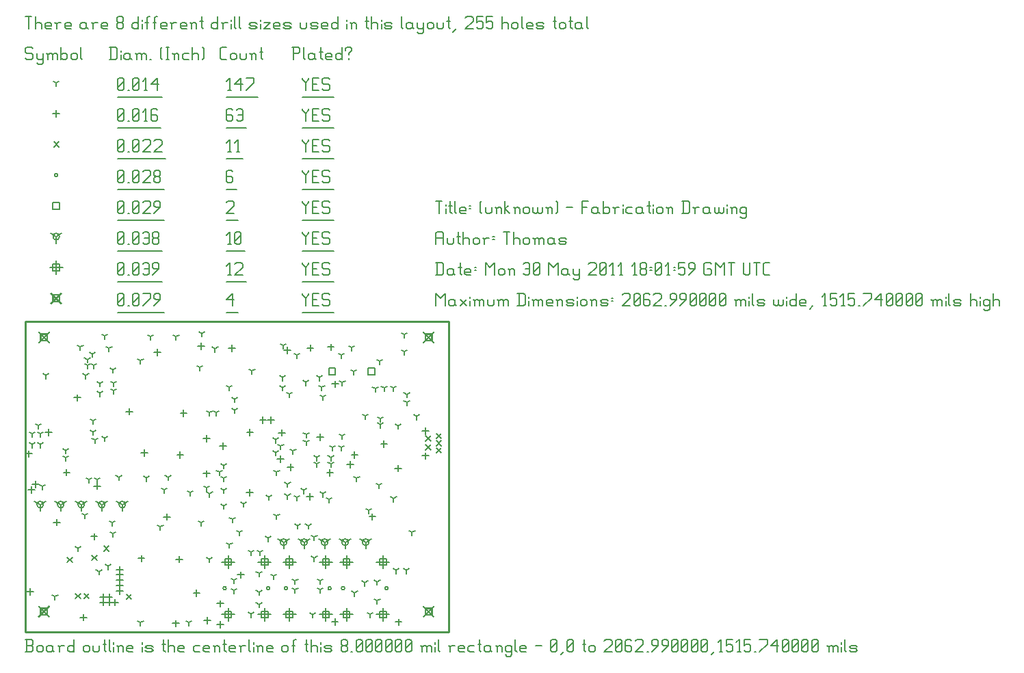
<source format=gbr>
G04 start of page 11 for group -3984 idx -3984 *
G04 Title: (unknown), fab *
G04 Creator: pcb 1.99z *
G04 CreationDate: Mon 30 May 2011 18:01:59 GMT UTC *
G04 For: thomas *
G04 Format: Gerber/RS-274X *
G04 PCB-Dimensions: 206299 151574 *
G04 PCB-Coordinate-Origin: lower left *
%MOIN*%
%FSLAX25Y25*%
%LNFAB*%
%ADD19C,0.0200*%
%ADD20C,0.0060*%
%ADD67C,0.0100*%
%ADD70R,0.0080X0.0080*%
G54D19*G36*
X6655Y13005D02*X12020Y7639D01*
X11455Y7074D01*
X6089Y12439D01*
X6655Y13005D01*
G37*
G36*
X6089Y7639D02*X11455Y13005D01*
X12020Y12439D01*
X6655Y7074D01*
X6089Y7639D01*
G37*
G54D70*X7455Y11639D02*X10655D01*
X7455D02*Y8439D01*
X10655D01*
Y11639D02*Y8439D01*
G54D19*G36*
X194057Y13005D02*X199422Y7639D01*
X198857Y7074D01*
X193491Y12439D01*
X194057Y13005D01*
G37*
G36*
X193491Y7639D02*X198857Y13005D01*
X199422Y12439D01*
X194057Y7074D01*
X193491Y7639D01*
G37*
G54D70*X194857Y11639D02*X198057D01*
X194857D02*Y8439D01*
X198057D01*
Y11639D02*Y8439D01*
G54D19*G36*
X194057Y146666D02*X199422Y141300D01*
X198857Y140735D01*
X193491Y146100D01*
X194057Y146666D01*
G37*
G36*
X193491Y141300D02*X198857Y146666D01*
X199422Y146100D01*
X194057Y140735D01*
X193491Y141300D01*
G37*
G54D70*X194857Y145300D02*X198057D01*
X194857D02*Y142100D01*
X198057D01*
Y145300D02*Y142100D01*
G54D19*G36*
X6655Y146666D02*X12020Y141300D01*
X11455Y140735D01*
X6089Y146100D01*
X6655Y146666D01*
G37*
G36*
X6089Y141300D02*X11455Y146666D01*
X12020Y146100D01*
X6655Y140735D01*
X6089Y141300D01*
G37*
G54D70*X7455Y145300D02*X10655D01*
X7455D02*Y142100D01*
X10655D01*
Y145300D02*Y142100D01*
G54D19*G36*
X12600Y165789D02*X17965Y160424D01*
X17400Y159858D01*
X12034Y165224D01*
X12600Y165789D01*
G37*
G36*
X12034Y160424D02*X17400Y165789D01*
X17965Y165224D01*
X12600Y159858D01*
X12034Y160424D01*
G37*
G54D70*X13400Y164424D02*X16600D01*
X13400D02*Y161224D01*
X16600D01*
Y164424D02*Y161224D01*
G54D20*X135000Y165074D02*Y164324D01*
X136500Y162824D01*
X138000Y164324D01*
Y165074D02*Y164324D01*
X136500Y162824D02*Y159074D01*
X139801Y162074D02*X142051D01*
X139801Y159074D02*X142801D01*
X139801Y165074D02*Y159074D01*
Y165074D02*X142801D01*
X147603D02*X148353Y164324D01*
X145353Y165074D02*X147603D01*
X144603Y164324D02*X145353Y165074D01*
X144603Y164324D02*Y162824D01*
X145353Y162074D01*
X147603D01*
X148353Y161324D01*
Y159824D01*
X147603Y159074D02*X148353Y159824D01*
X145353Y159074D02*X147603D01*
X144603Y159824D02*X145353Y159074D01*
X135000Y155823D02*X150154D01*
X98000Y162074D02*X101000Y165074D01*
X98000Y162074D02*X101750D01*
X101000Y165074D02*Y159074D01*
X98000Y155823D02*X103551D01*
X45000Y159824D02*X45750Y159074D01*
X45000Y164324D02*Y159824D01*
Y164324D02*X45750Y165074D01*
X47250D01*
X48000Y164324D01*
Y159824D01*
X47250Y159074D02*X48000Y159824D01*
X45750Y159074D02*X47250D01*
X45000Y160574D02*X48000Y163574D01*
X49801Y159074D02*X50551D01*
X52353Y159824D02*X53103Y159074D01*
X52353Y164324D02*Y159824D01*
Y164324D02*X53103Y165074D01*
X54603D01*
X55353Y164324D01*
Y159824D01*
X54603Y159074D02*X55353Y159824D01*
X53103Y159074D02*X54603D01*
X52353Y160574D02*X55353Y163574D01*
X57154Y159074D02*X60904Y162824D01*
Y165074D02*Y162824D01*
X57154Y165074D02*X60904D01*
X62706Y159074D02*X65706Y162074D01*
Y164324D02*Y162074D01*
X64956Y165074D02*X65706Y164324D01*
X63456Y165074D02*X64956D01*
X62706Y164324D02*X63456Y165074D01*
X62706Y164324D02*Y162824D01*
X63456Y162074D01*
X65706D01*
X45000Y155823D02*X67507D01*
X174213Y11861D02*Y5461D01*
X171013Y8661D02*X177413D01*
X172613Y10261D02*X175813D01*
X172613D02*Y7061D01*
X175813D01*
Y10261D02*Y7061D01*
X174213Y37451D02*Y31051D01*
X171013Y34251D02*X177413D01*
X172613Y35851D02*X175813D01*
X172613D02*Y32651D01*
X175813D01*
Y35851D02*Y32651D01*
X156497Y11861D02*Y5461D01*
X153297Y8661D02*X159697D01*
X154897Y10261D02*X158097D01*
X154897D02*Y7061D01*
X158097D01*
Y10261D02*Y7061D01*
X156497Y37451D02*Y31051D01*
X153297Y34251D02*X159697D01*
X154897Y35851D02*X158097D01*
X154897D02*Y32651D01*
X158097D01*
Y35851D02*Y32651D01*
X146422Y11847D02*Y5447D01*
X143222Y8647D02*X149622D01*
X144822Y10247D02*X148022D01*
X144822D02*Y7047D01*
X148022D01*
Y10247D02*Y7047D01*
X146422Y37437D02*Y31037D01*
X143222Y34237D02*X149622D01*
X144822Y35837D02*X148022D01*
X144822D02*Y32637D01*
X148022D01*
Y35837D02*Y32637D01*
X128706Y11847D02*Y5447D01*
X125506Y8647D02*X131906D01*
X127106Y10247D02*X130306D01*
X127106D02*Y7047D01*
X130306D01*
Y10247D02*Y7047D01*
X128706Y37437D02*Y31037D01*
X125506Y34237D02*X131906D01*
X127106Y35837D02*X130306D01*
X127106D02*Y32637D01*
X130306D01*
Y35837D02*Y32637D01*
X116535Y11861D02*Y5461D01*
X113335Y8661D02*X119735D01*
X114935Y10261D02*X118135D01*
X114935D02*Y7061D01*
X118135D01*
Y10261D02*Y7061D01*
X116535Y37451D02*Y31051D01*
X113335Y34251D02*X119735D01*
X114935Y35851D02*X118135D01*
X114935D02*Y32651D01*
X118135D01*
Y35851D02*Y32651D01*
X98819Y11861D02*Y5461D01*
X95619Y8661D02*X102019D01*
X97219Y10261D02*X100419D01*
X97219D02*Y7061D01*
X100419D01*
Y10261D02*Y7061D01*
X98819Y37451D02*Y31051D01*
X95619Y34251D02*X102019D01*
X97219Y35851D02*X100419D01*
X97219D02*Y32651D01*
X100419D01*
Y35851D02*Y32651D01*
X15000Y181024D02*Y174624D01*
X11800Y177824D02*X18200D01*
X13400Y179424D02*X16600D01*
X13400D02*Y176224D01*
X16600D01*
Y179424D02*Y176224D01*
X135000Y180074D02*Y179324D01*
X136500Y177824D01*
X138000Y179324D01*
Y180074D02*Y179324D01*
X136500Y177824D02*Y174074D01*
X139801Y177074D02*X142051D01*
X139801Y174074D02*X142801D01*
X139801Y180074D02*Y174074D01*
Y180074D02*X142801D01*
X147603D02*X148353Y179324D01*
X145353Y180074D02*X147603D01*
X144603Y179324D02*X145353Y180074D01*
X144603Y179324D02*Y177824D01*
X145353Y177074D01*
X147603D01*
X148353Y176324D01*
Y174824D01*
X147603Y174074D02*X148353Y174824D01*
X145353Y174074D02*X147603D01*
X144603Y174824D02*X145353Y174074D01*
X135000Y170823D02*X150154D01*
X98750Y174074D02*X100250D01*
X99500Y180074D02*Y174074D01*
X98000Y178574D02*X99500Y180074D01*
X102051Y179324D02*X102801Y180074D01*
X105051D01*
X105801Y179324D01*
Y177824D01*
X102051Y174074D02*X105801Y177824D01*
X102051Y174074D02*X105801D01*
X98000Y170823D02*X107603D01*
X45000Y174824D02*X45750Y174074D01*
X45000Y179324D02*Y174824D01*
Y179324D02*X45750Y180074D01*
X47250D01*
X48000Y179324D01*
Y174824D01*
X47250Y174074D02*X48000Y174824D01*
X45750Y174074D02*X47250D01*
X45000Y175574D02*X48000Y178574D01*
X49801Y174074D02*X50551D01*
X52353Y174824D02*X53103Y174074D01*
X52353Y179324D02*Y174824D01*
Y179324D02*X53103Y180074D01*
X54603D01*
X55353Y179324D01*
Y174824D01*
X54603Y174074D02*X55353Y174824D01*
X53103Y174074D02*X54603D01*
X52353Y175574D02*X55353Y178574D01*
X57154Y179324D02*X57904Y180074D01*
X59404D01*
X60154Y179324D01*
Y174824D01*
X59404Y174074D02*X60154Y174824D01*
X57904Y174074D02*X59404D01*
X57154Y174824D02*X57904Y174074D01*
Y177074D02*X60154D01*
X61956Y174074D02*X64956Y177074D01*
Y179324D02*Y177074D01*
X64206Y180074D02*X64956Y179324D01*
X62706Y180074D02*X64206D01*
X61956Y179324D02*X62706Y180074D01*
X61956Y179324D02*Y177824D01*
X62706Y177074D01*
X64956D01*
X45000Y170823D02*X66757D01*
X125787Y43897D02*Y40697D01*
Y43897D02*X128560Y45497D01*
X125787Y43897D02*X123014Y45497D01*
X124187Y43897D02*G75*G03X127387Y43897I1600J0D01*G01*
G75*G03X124187Y43897I-1600J0D01*G01*
X135787D02*Y40697D01*
Y43897D02*X138560Y45497D01*
X135787Y43897D02*X133014Y45497D01*
X134187Y43897D02*G75*G03X137387Y43897I1600J0D01*G01*
G75*G03X134187Y43897I-1600J0D01*G01*
X145787D02*Y40697D01*
Y43897D02*X148560Y45497D01*
X145787Y43897D02*X143014Y45497D01*
X144187Y43897D02*G75*G03X147387Y43897I1600J0D01*G01*
G75*G03X144187Y43897I-1600J0D01*G01*
X155787D02*Y40697D01*
Y43897D02*X158560Y45497D01*
X155787Y43897D02*X153014Y45497D01*
X154187Y43897D02*G75*G03X157387Y43897I1600J0D01*G01*
G75*G03X154187Y43897I-1600J0D01*G01*
X165787D02*Y40697D01*
Y43897D02*X168560Y45497D01*
X165787Y43897D02*X163014Y45497D01*
X164187Y43897D02*G75*G03X167387Y43897I1600J0D01*G01*
G75*G03X164187Y43897I-1600J0D01*G01*
X7165Y62203D02*Y59003D01*
Y62203D02*X9938Y63803D01*
X7165Y62203D02*X4392Y63803D01*
X5565Y62203D02*G75*G03X8765Y62203I1600J0D01*G01*
G75*G03X5565Y62203I-1600J0D01*G01*
X17165D02*Y59003D01*
Y62203D02*X19938Y63803D01*
X17165Y62203D02*X14392Y63803D01*
X15565Y62203D02*G75*G03X18765Y62203I1600J0D01*G01*
G75*G03X15565Y62203I-1600J0D01*G01*
X27165D02*Y59003D01*
Y62203D02*X29938Y63803D01*
X27165Y62203D02*X24392Y63803D01*
X25565Y62203D02*G75*G03X28765Y62203I1600J0D01*G01*
G75*G03X25565Y62203I-1600J0D01*G01*
X37165D02*Y59003D01*
Y62203D02*X39938Y63803D01*
X37165Y62203D02*X34392Y63803D01*
X35565Y62203D02*G75*G03X38765Y62203I1600J0D01*G01*
G75*G03X35565Y62203I-1600J0D01*G01*
X47165D02*Y59003D01*
Y62203D02*X49938Y63803D01*
X47165Y62203D02*X44392Y63803D01*
X45565Y62203D02*G75*G03X48765Y62203I1600J0D01*G01*
G75*G03X45565Y62203I-1600J0D01*G01*
X15000Y192824D02*Y189624D01*
Y192824D02*X17773Y194424D01*
X15000Y192824D02*X12227Y194424D01*
X13400Y192824D02*G75*G03X16600Y192824I1600J0D01*G01*
G75*G03X13400Y192824I-1600J0D01*G01*
X135000Y195074D02*Y194324D01*
X136500Y192824D01*
X138000Y194324D01*
Y195074D02*Y194324D01*
X136500Y192824D02*Y189074D01*
X139801Y192074D02*X142051D01*
X139801Y189074D02*X142801D01*
X139801Y195074D02*Y189074D01*
Y195074D02*X142801D01*
X147603D02*X148353Y194324D01*
X145353Y195074D02*X147603D01*
X144603Y194324D02*X145353Y195074D01*
X144603Y194324D02*Y192824D01*
X145353Y192074D01*
X147603D01*
X148353Y191324D01*
Y189824D01*
X147603Y189074D02*X148353Y189824D01*
X145353Y189074D02*X147603D01*
X144603Y189824D02*X145353Y189074D01*
X135000Y185823D02*X150154D01*
X98750Y189074D02*X100250D01*
X99500Y195074D02*Y189074D01*
X98000Y193574D02*X99500Y195074D01*
X102051Y189824D02*X102801Y189074D01*
X102051Y194324D02*Y189824D01*
Y194324D02*X102801Y195074D01*
X104301D01*
X105051Y194324D01*
Y189824D01*
X104301Y189074D02*X105051Y189824D01*
X102801Y189074D02*X104301D01*
X102051Y190574D02*X105051Y193574D01*
X98000Y185823D02*X106853D01*
X45000Y189824D02*X45750Y189074D01*
X45000Y194324D02*Y189824D01*
Y194324D02*X45750Y195074D01*
X47250D01*
X48000Y194324D01*
Y189824D01*
X47250Y189074D02*X48000Y189824D01*
X45750Y189074D02*X47250D01*
X45000Y190574D02*X48000Y193574D01*
X49801Y189074D02*X50551D01*
X52353Y189824D02*X53103Y189074D01*
X52353Y194324D02*Y189824D01*
Y194324D02*X53103Y195074D01*
X54603D01*
X55353Y194324D01*
Y189824D01*
X54603Y189074D02*X55353Y189824D01*
X53103Y189074D02*X54603D01*
X52353Y190574D02*X55353Y193574D01*
X57154Y194324D02*X57904Y195074D01*
X59404D01*
X60154Y194324D01*
Y189824D01*
X59404Y189074D02*X60154Y189824D01*
X57904Y189074D02*X59404D01*
X57154Y189824D02*X57904Y189074D01*
Y192074D02*X60154D01*
X61956Y189824D02*X62706Y189074D01*
X61956Y191324D02*Y189824D01*
Y191324D02*X62706Y192074D01*
X64206D01*
X64956Y191324D01*
Y189824D01*
X64206Y189074D02*X64956Y189824D01*
X62706Y189074D02*X64206D01*
X61956Y192824D02*X62706Y192074D01*
X61956Y194324D02*Y192824D01*
Y194324D02*X62706Y195074D01*
X64206D01*
X64956Y194324D01*
Y192824D01*
X64206Y192074D02*X64956Y192824D01*
X45000Y185823D02*X66757D01*
X147807Y128831D02*X151007D01*
X147807D02*Y125631D01*
X151007D01*
Y128831D02*Y125631D01*
X167019Y128831D02*X170219D01*
X167019D02*Y125631D01*
X170219D01*
Y128831D02*Y125631D01*
X13400Y209424D02*X16600D01*
X13400D02*Y206224D01*
X16600D01*
Y209424D02*Y206224D01*
X135000Y210074D02*Y209324D01*
X136500Y207824D01*
X138000Y209324D01*
Y210074D02*Y209324D01*
X136500Y207824D02*Y204074D01*
X139801Y207074D02*X142051D01*
X139801Y204074D02*X142801D01*
X139801Y210074D02*Y204074D01*
Y210074D02*X142801D01*
X147603D02*X148353Y209324D01*
X145353Y210074D02*X147603D01*
X144603Y209324D02*X145353Y210074D01*
X144603Y209324D02*Y207824D01*
X145353Y207074D01*
X147603D01*
X148353Y206324D01*
Y204824D01*
X147603Y204074D02*X148353Y204824D01*
X145353Y204074D02*X147603D01*
X144603Y204824D02*X145353Y204074D01*
X135000Y200823D02*X150154D01*
X98000Y209324D02*X98750Y210074D01*
X101000D01*
X101750Y209324D01*
Y207824D01*
X98000Y204074D02*X101750Y207824D01*
X98000Y204074D02*X101750D01*
X98000Y200823D02*X103551D01*
X45000Y204824D02*X45750Y204074D01*
X45000Y209324D02*Y204824D01*
Y209324D02*X45750Y210074D01*
X47250D01*
X48000Y209324D01*
Y204824D01*
X47250Y204074D02*X48000Y204824D01*
X45750Y204074D02*X47250D01*
X45000Y205574D02*X48000Y208574D01*
X49801Y204074D02*X50551D01*
X52353Y204824D02*X53103Y204074D01*
X52353Y209324D02*Y204824D01*
Y209324D02*X53103Y210074D01*
X54603D01*
X55353Y209324D01*
Y204824D01*
X54603Y204074D02*X55353Y204824D01*
X53103Y204074D02*X54603D01*
X52353Y205574D02*X55353Y208574D01*
X57154Y209324D02*X57904Y210074D01*
X60154D01*
X60904Y209324D01*
Y207824D01*
X57154Y204074D02*X60904Y207824D01*
X57154Y204074D02*X60904D01*
X62706D02*X65706Y207074D01*
Y209324D02*Y207074D01*
X64956Y210074D02*X65706Y209324D01*
X63456Y210074D02*X64956D01*
X62706Y209324D02*X63456Y210074D01*
X62706Y209324D02*Y207824D01*
X63456Y207074D01*
X65706D01*
X45000Y200823D02*X67507D01*
X153925Y21456D02*G75*G03X155525Y21456I800J0D01*G01*
G75*G03X153925Y21456I-800J0D01*G01*
X175185D02*G75*G03X176785Y21456I800J0D01*G01*
G75*G03X175185Y21456I-800J0D01*G01*
X126134Y21442D02*G75*G03X127734Y21442I800J0D01*G01*
G75*G03X126134Y21442I-800J0D01*G01*
X147394D02*G75*G03X148994Y21442I800J0D01*G01*
G75*G03X147394Y21442I-800J0D01*G01*
X96247Y21456D02*G75*G03X97847Y21456I800J0D01*G01*
G75*G03X96247Y21456I-800J0D01*G01*
X117507D02*G75*G03X119107Y21456I800J0D01*G01*
G75*G03X117507Y21456I-800J0D01*G01*
X14200Y222824D02*G75*G03X15800Y222824I800J0D01*G01*
G75*G03X14200Y222824I-800J0D01*G01*
X135000Y225074D02*Y224324D01*
X136500Y222824D01*
X138000Y224324D01*
Y225074D02*Y224324D01*
X136500Y222824D02*Y219074D01*
X139801Y222074D02*X142051D01*
X139801Y219074D02*X142801D01*
X139801Y225074D02*Y219074D01*
Y225074D02*X142801D01*
X147603D02*X148353Y224324D01*
X145353Y225074D02*X147603D01*
X144603Y224324D02*X145353Y225074D01*
X144603Y224324D02*Y222824D01*
X145353Y222074D01*
X147603D01*
X148353Y221324D01*
Y219824D01*
X147603Y219074D02*X148353Y219824D01*
X145353Y219074D02*X147603D01*
X144603Y219824D02*X145353Y219074D01*
X135000Y215823D02*X150154D01*
X100250Y225074D02*X101000Y224324D01*
X98750Y225074D02*X100250D01*
X98000Y224324D02*X98750Y225074D01*
X98000Y224324D02*Y219824D01*
X98750Y219074D01*
X100250Y222074D02*X101000Y221324D01*
X98000Y222074D02*X100250D01*
X98750Y219074D02*X100250D01*
X101000Y219824D01*
Y221324D02*Y219824D01*
X98000Y215823D02*X102801D01*
X45000Y219824D02*X45750Y219074D01*
X45000Y224324D02*Y219824D01*
Y224324D02*X45750Y225074D01*
X47250D01*
X48000Y224324D01*
Y219824D01*
X47250Y219074D02*X48000Y219824D01*
X45750Y219074D02*X47250D01*
X45000Y220574D02*X48000Y223574D01*
X49801Y219074D02*X50551D01*
X52353Y219824D02*X53103Y219074D01*
X52353Y224324D02*Y219824D01*
Y224324D02*X53103Y225074D01*
X54603D01*
X55353Y224324D01*
Y219824D01*
X54603Y219074D02*X55353Y219824D01*
X53103Y219074D02*X54603D01*
X52353Y220574D02*X55353Y223574D01*
X57154Y224324D02*X57904Y225074D01*
X60154D01*
X60904Y224324D01*
Y222824D01*
X57154Y219074D02*X60904Y222824D01*
X57154Y219074D02*X60904D01*
X62706Y219824D02*X63456Y219074D01*
X62706Y221324D02*Y219824D01*
Y221324D02*X63456Y222074D01*
X64956D01*
X65706Y221324D01*
Y219824D01*
X64956Y219074D02*X65706Y219824D01*
X63456Y219074D02*X64956D01*
X62706Y222824D02*X63456Y222074D01*
X62706Y224324D02*Y222824D01*
Y224324D02*X63456Y225074D01*
X64956D01*
X65706Y224324D01*
Y222824D01*
X64956Y222074D02*X65706Y222824D01*
X45000Y215823D02*X67507D01*
X49200Y18374D02*X51600Y15974D01*
X49200D02*X51600Y18374D01*
X38200Y41974D02*X40600Y39574D01*
X38200D02*X40600Y41974D01*
X32400Y37374D02*X34800Y34974D01*
X32400D02*X34800Y37374D01*
X20400Y36574D02*X22800Y34174D01*
X20400D02*X22800Y36574D01*
X200178Y89782D02*X202578Y87382D01*
X200178D02*X202578Y89782D01*
X200178Y96868D02*X202578Y94468D01*
X200178D02*X202578Y96868D01*
X200146Y93316D02*X202546Y90916D01*
X200146D02*X202546Y93316D01*
X24400Y18774D02*X26800Y16374D01*
X24400D02*X26800Y18774D01*
X28600D02*X31000Y16374D01*
X28600D02*X31000Y18774D01*
X195060Y95687D02*X197460Y93287D01*
X195060D02*X197460Y95687D01*
X195060Y91357D02*X197460Y88957D01*
X195060D02*X197460Y91357D01*
X13800Y239024D02*X16200Y236624D01*
X13800D02*X16200Y239024D01*
X135000Y240074D02*Y239324D01*
X136500Y237824D01*
X138000Y239324D01*
Y240074D02*Y239324D01*
X136500Y237824D02*Y234074D01*
X139801Y237074D02*X142051D01*
X139801Y234074D02*X142801D01*
X139801Y240074D02*Y234074D01*
Y240074D02*X142801D01*
X147603D02*X148353Y239324D01*
X145353Y240074D02*X147603D01*
X144603Y239324D02*X145353Y240074D01*
X144603Y239324D02*Y237824D01*
X145353Y237074D01*
X147603D01*
X148353Y236324D01*
Y234824D01*
X147603Y234074D02*X148353Y234824D01*
X145353Y234074D02*X147603D01*
X144603Y234824D02*X145353Y234074D01*
X135000Y230823D02*X150154D01*
X98750Y234074D02*X100250D01*
X99500Y240074D02*Y234074D01*
X98000Y238574D02*X99500Y240074D01*
X102801Y234074D02*X104301D01*
X103551Y240074D02*Y234074D01*
X102051Y238574D02*X103551Y240074D01*
X98000Y230823D02*X106103D01*
X45000Y234824D02*X45750Y234074D01*
X45000Y239324D02*Y234824D01*
Y239324D02*X45750Y240074D01*
X47250D01*
X48000Y239324D01*
Y234824D01*
X47250Y234074D02*X48000Y234824D01*
X45750Y234074D02*X47250D01*
X45000Y235574D02*X48000Y238574D01*
X49801Y234074D02*X50551D01*
X52353Y234824D02*X53103Y234074D01*
X52353Y239324D02*Y234824D01*
Y239324D02*X53103Y240074D01*
X54603D01*
X55353Y239324D01*
Y234824D01*
X54603Y234074D02*X55353Y234824D01*
X53103Y234074D02*X54603D01*
X52353Y235574D02*X55353Y238574D01*
X57154Y239324D02*X57904Y240074D01*
X60154D01*
X60904Y239324D01*
Y237824D01*
X57154Y234074D02*X60904Y237824D01*
X57154Y234074D02*X60904D01*
X62706Y239324D02*X63456Y240074D01*
X65706D01*
X66456Y239324D01*
Y237824D01*
X62706Y234074D02*X66456Y237824D01*
X62706Y234074D02*X66456D01*
X45000Y230823D02*X68257D01*
X25197Y115969D02*Y112769D01*
X23597Y114369D02*X26797D01*
X11267Y99107D02*Y95907D01*
X9667Y97507D02*X12867D01*
X57964Y89091D02*Y85891D01*
X56364Y87491D02*X59564D01*
X77066Y108391D02*Y105191D01*
X75466Y106791D02*X78666D01*
X64370Y138017D02*Y134817D01*
X62770Y136417D02*X65970D01*
X50530Y109216D02*Y106016D01*
X48930Y107616D02*X52130D01*
X68898Y57898D02*Y54698D01*
X67298Y56298D02*X70498D01*
X96260Y92347D02*Y89147D01*
X94660Y90747D02*X97860D01*
X85630Y141166D02*Y137966D01*
X84030Y139566D02*X87230D01*
X127559Y139001D02*Y135801D01*
X125959Y137401D02*X129159D01*
X143600Y96774D02*Y93574D01*
X142000Y95174D02*X145200D01*
X124213Y86048D02*Y82848D01*
X122613Y84448D02*X125813D01*
X109252Y69709D02*Y66509D01*
X107652Y68109D02*X110852D01*
X100591Y139985D02*Y136785D01*
X98991Y138385D02*X102191D01*
X138780Y140182D02*Y136982D01*
X137180Y138582D02*X140380D01*
X115748Y105143D02*Y101943D01*
X114148Y103543D02*X117348D01*
X119685Y105143D02*Y101943D01*
X118085Y103543D02*X121285D01*
X148780Y140615D02*Y137415D01*
X147180Y139015D02*X150380D01*
X38000Y18774D02*Y15574D01*
X36400Y17174D02*X39600D01*
X38000Y16174D02*Y12974D01*
X36400Y14574D02*X39600D01*
X40800Y16174D02*Y12974D01*
X39200Y14574D02*X42400D01*
X43600Y16174D02*Y12974D01*
X42000Y14574D02*X45200D01*
X40800Y18774D02*Y15574D01*
X39200Y17174D02*X42400D01*
X46000Y21774D02*Y18574D01*
X44400Y20174D02*X47600D01*
X46000Y24374D02*Y21174D01*
X44400Y22774D02*X47600D01*
X46000Y26974D02*Y23774D01*
X44400Y25374D02*X47600D01*
X46000Y29574D02*Y26374D01*
X44400Y27974D02*X47600D01*
X46000Y32174D02*Y28974D01*
X44400Y30574D02*X47600D01*
X75000Y37229D02*Y34029D01*
X73400Y35629D02*X76600D01*
X73228Y5930D02*Y2730D01*
X71628Y4330D02*X74828D01*
X2362Y21481D02*Y18281D01*
X762Y19881D02*X3962D01*
X88583Y7308D02*Y4108D01*
X86983Y5708D02*X90183D01*
X94882Y5339D02*Y2139D01*
X93282Y3739D02*X96482D01*
X33465Y48253D02*Y45053D01*
X31865Y46653D02*X35065D01*
X56496Y37623D02*Y34423D01*
X54896Y36023D02*X58096D01*
X35039Y72859D02*Y69659D01*
X33439Y71259D02*X36639D01*
X138583Y67741D02*Y64541D01*
X136983Y66141D02*X140183D01*
X4921Y73646D02*Y70446D01*
X3321Y72046D02*X6521D01*
X95000Y15574D02*Y12374D01*
X93400Y13974D02*X96600D01*
X150800Y6774D02*Y3574D01*
X149200Y5174D02*X152400D01*
X181800Y6574D02*Y3374D01*
X180200Y4974D02*X183400D01*
X151000Y122574D02*Y119374D01*
X149400Y120974D02*X152600D01*
X174725Y93449D02*Y90249D01*
X173125Y91849D02*X176325D01*
X160400Y87974D02*Y84774D01*
X158800Y86374D02*X162000D01*
X169052Y57922D02*Y54722D01*
X167452Y56322D02*X170652D01*
X194882Y99828D02*Y96628D01*
X193282Y98228D02*X196482D01*
X194882Y87623D02*Y84423D01*
X193282Y86023D02*X196482D01*
X88189Y78961D02*Y75761D01*
X86589Y77361D02*X89789D01*
X88189Y96087D02*Y92887D01*
X86589Y94487D02*X89789D01*
X125000Y98843D02*Y95643D01*
X123400Y97243D02*X126600D01*
X129134Y82111D02*Y78911D01*
X127534Y80511D02*X130734D01*
X148425Y79355D02*Y76155D01*
X146825Y77755D02*X150025D01*
X158268Y83489D02*Y80289D01*
X156668Y81889D02*X159868D01*
X181693Y81520D02*Y78320D01*
X180093Y79920D02*X183293D01*
X28346Y8883D02*Y5683D01*
X26746Y7283D02*X29946D01*
X15200Y55174D02*Y51974D01*
X13600Y53574D02*X16800D01*
X75400Y87974D02*Y84774D01*
X73800Y86374D02*X77000D01*
X109400Y98974D02*Y95774D01*
X107800Y97374D02*X111000D01*
X83400Y20774D02*Y17574D01*
X81800Y19174D02*X85000D01*
X105000Y29574D02*Y26374D01*
X103400Y27974D02*X106600D01*
X20079Y79552D02*Y76352D01*
X18479Y77952D02*X21679D01*
X2953Y71087D02*Y67887D01*
X1353Y69487D02*X4553D01*
X1772Y88607D02*Y85407D01*
X172Y87007D02*X3372D01*
X15000Y254424D02*Y251224D01*
X13400Y252824D02*X16600D01*
X135000Y255074D02*Y254324D01*
X136500Y252824D01*
X138000Y254324D01*
Y255074D02*Y254324D01*
X136500Y252824D02*Y249074D01*
X139801Y252074D02*X142051D01*
X139801Y249074D02*X142801D01*
X139801Y255074D02*Y249074D01*
Y255074D02*X142801D01*
X147603D02*X148353Y254324D01*
X145353Y255074D02*X147603D01*
X144603Y254324D02*X145353Y255074D01*
X144603Y254324D02*Y252824D01*
X145353Y252074D01*
X147603D01*
X148353Y251324D01*
Y249824D01*
X147603Y249074D02*X148353Y249824D01*
X145353Y249074D02*X147603D01*
X144603Y249824D02*X145353Y249074D01*
X135000Y245823D02*X150154D01*
X100250Y255074D02*X101000Y254324D01*
X98750Y255074D02*X100250D01*
X98000Y254324D02*X98750Y255074D01*
X98000Y254324D02*Y249824D01*
X98750Y249074D01*
X100250Y252074D02*X101000Y251324D01*
X98000Y252074D02*X100250D01*
X98750Y249074D02*X100250D01*
X101000Y249824D01*
Y251324D02*Y249824D01*
X102801Y254324D02*X103551Y255074D01*
X105051D01*
X105801Y254324D01*
Y249824D01*
X105051Y249074D02*X105801Y249824D01*
X103551Y249074D02*X105051D01*
X102801Y249824D02*X103551Y249074D01*
Y252074D02*X105801D01*
X98000Y245823D02*X107603D01*
X45000Y249824D02*X45750Y249074D01*
X45000Y254324D02*Y249824D01*
Y254324D02*X45750Y255074D01*
X47250D01*
X48000Y254324D01*
Y249824D01*
X47250Y249074D02*X48000Y249824D01*
X45750Y249074D02*X47250D01*
X45000Y250574D02*X48000Y253574D01*
X49801Y249074D02*X50551D01*
X52353Y249824D02*X53103Y249074D01*
X52353Y254324D02*Y249824D01*
Y254324D02*X53103Y255074D01*
X54603D01*
X55353Y254324D01*
Y249824D01*
X54603Y249074D02*X55353Y249824D01*
X53103Y249074D02*X54603D01*
X52353Y250574D02*X55353Y253574D01*
X57904Y249074D02*X59404D01*
X58654Y255074D02*Y249074D01*
X57154Y253574D02*X58654Y255074D01*
X63456D02*X64206Y254324D01*
X61956Y255074D02*X63456D01*
X61206Y254324D02*X61956Y255074D01*
X61206Y254324D02*Y249824D01*
X61956Y249074D01*
X63456Y252074D02*X64206Y251324D01*
X61206Y252074D02*X63456D01*
X61956Y249074D02*X63456D01*
X64206Y249824D01*
Y251324D02*Y249824D01*
X45000Y245823D02*X66007D01*
X9843Y125196D02*Y123596D01*
Y125196D02*X11229Y125996D01*
X9843Y125196D02*X8457Y125996D01*
X36221Y116535D02*Y114935D01*
Y116535D02*X37607Y117335D01*
X36221Y116535D02*X34835Y117335D01*
X36221Y121259D02*Y119659D01*
Y121259D02*X37607Y122059D01*
X36221Y121259D02*X34835Y122059D01*
X26772Y138976D02*Y137376D01*
Y138976D02*X28158Y139776D01*
X26772Y138976D02*X25386Y139776D01*
X59055Y75196D02*Y73596D01*
Y75196D02*X60441Y75996D01*
X59055Y75196D02*X57669Y75996D01*
X42913Y121456D02*Y119856D01*
Y121456D02*X44299Y122256D01*
X42913Y121456D02*X41527Y122256D01*
X42914Y117716D02*Y116116D01*
Y117716D02*X44300Y118516D01*
X42914Y117716D02*X41528Y118516D01*
X56103Y132479D02*Y130879D01*
Y132479D02*X57489Y133279D01*
X56103Y132479D02*X54717Y133279D01*
X42520Y127952D02*Y126352D01*
Y127952D02*X43906Y128752D01*
X42520Y127952D02*X41134Y128752D01*
X38583Y144487D02*Y142887D01*
Y144487D02*X39969Y145287D01*
X38583Y144487D02*X37197Y145287D01*
X89764Y107086D02*Y105486D01*
Y107086D02*X91150Y107886D01*
X89764Y107086D02*X88378Y107886D01*
X92914Y107086D02*Y105486D01*
Y107086D02*X94300Y107886D01*
X92914Y107086D02*X91528Y107886D01*
X30142Y132948D02*Y131348D01*
Y132948D02*X31528Y133748D01*
X30142Y132948D02*X28756Y133748D01*
X67617Y69391D02*Y67791D01*
Y69391D02*X69003Y70191D01*
X67617Y69391D02*X66231Y70191D01*
X6299Y100787D02*Y99187D01*
Y100787D02*X7685Y101587D01*
X6299Y100787D02*X4913Y101587D01*
X85000Y129074D02*Y127474D01*
Y129074D02*X86386Y129874D01*
X85000Y129074D02*X83614Y129874D01*
X86000Y145574D02*Y143974D01*
Y145574D02*X87386Y146374D01*
X86000Y145574D02*X84614Y146374D01*
X32500Y135574D02*Y133974D01*
Y135574D02*X33886Y136374D01*
X32500Y135574D02*X31114Y136374D01*
X38500Y94574D02*Y92974D01*
Y94574D02*X39886Y95374D01*
X38500Y94574D02*X37114Y95374D01*
X73425Y144094D02*Y142494D01*
Y144094D02*X74811Y144894D01*
X73425Y144094D02*X72039Y144894D01*
X61000Y144074D02*Y142474D01*
Y144074D02*X62386Y144874D01*
X61000Y144074D02*X59614Y144874D01*
X19685Y85039D02*Y83439D01*
Y85039D02*X21071Y85839D01*
X19685Y85039D02*X18299Y85839D01*
X33200Y129974D02*Y128374D01*
Y129974D02*X34586Y130774D01*
X33200Y129974D02*X31814Y130774D01*
X33800Y93774D02*Y92174D01*
Y93774D02*X35186Y94574D01*
X33800Y93774D02*X32414Y94574D01*
X29400Y125174D02*Y123574D01*
Y125174D02*X30786Y125974D01*
X29400Y125174D02*X28014Y125974D01*
X30200Y129974D02*Y128374D01*
Y129974D02*X31586Y130774D01*
X30200Y129974D02*X28814Y130774D01*
X3346Y91535D02*Y89935D01*
Y91535D02*X4732Y92335D01*
X3346Y91535D02*X1960Y92335D01*
X3346Y96653D02*Y95053D01*
Y96653D02*X4732Y97453D01*
X3346Y96653D02*X1960Y97453D01*
X7283Y91535D02*Y89935D01*
Y91535D02*X8669Y92335D01*
X7283Y91535D02*X5897Y92335D01*
X7283Y96653D02*Y95053D01*
Y96653D02*X8669Y97453D01*
X7283Y96653D02*X5897Y97453D01*
X69488Y75590D02*Y73990D01*
Y75590D02*X70874Y76390D01*
X69488Y75590D02*X68102Y76390D01*
X80315Y68109D02*Y66509D01*
Y68109D02*X81701Y68909D01*
X80315Y68109D02*X78929Y68909D01*
X88386Y70472D02*Y68872D01*
Y70472D02*X89772Y71272D01*
X88386Y70472D02*X87000Y71272D01*
X89764Y67519D02*Y65919D01*
Y67519D02*X91150Y68319D01*
X89764Y67519D02*X88378Y68319D01*
X8344Y71138D02*Y69538D01*
Y71138D02*X9730Y71938D01*
X8344Y71138D02*X6958Y71938D01*
X45472Y75590D02*Y73990D01*
Y75590D02*X46858Y76390D01*
X45472Y75590D02*X44086Y76390D01*
X30906Y74409D02*Y72809D01*
Y74409D02*X32292Y75209D01*
X30906Y74409D02*X29520Y75209D01*
X122441Y78149D02*Y76549D01*
Y78149D02*X123827Y78949D01*
X122441Y78149D02*X121055Y78949D01*
X96654Y69291D02*Y67691D01*
Y69291D02*X98040Y70091D01*
X96654Y69291D02*X95268Y70091D01*
X96654Y74999D02*Y73399D01*
Y74999D02*X98040Y75799D01*
X96654Y74999D02*X95268Y75799D01*
X94488Y78149D02*Y76549D01*
Y78149D02*X95874Y78949D01*
X94488Y78149D02*X93102Y78949D01*
X96654Y81298D02*Y79698D01*
Y81298D02*X98040Y82098D01*
X96654Y81298D02*X95268Y82098D01*
X122047Y87598D02*Y85998D01*
Y87598D02*X123433Y88398D01*
X122047Y87598D02*X120661Y88398D01*
X124409Y90747D02*Y89147D01*
Y90747D02*X125795Y91547D01*
X124409Y90747D02*X123023Y91547D01*
X122047Y93897D02*Y92297D01*
Y93897D02*X123433Y94697D01*
X122047Y93897D02*X120661Y94697D01*
X101969Y113582D02*Y111982D01*
Y113582D02*X103355Y114382D01*
X101969Y113582D02*X100583Y114382D01*
X101969Y108267D02*Y106667D01*
Y108267D02*X103355Y109067D01*
X101969Y108267D02*X100583Y109067D01*
X125197Y119291D02*Y117691D01*
Y119291D02*X126583Y120091D01*
X125197Y119291D02*X123811Y120091D01*
X125197Y124212D02*Y122612D01*
Y124212D02*X126583Y125012D01*
X125197Y124212D02*X123811Y125012D01*
X143307Y124212D02*Y122612D01*
Y124212D02*X144693Y125012D01*
X143307Y124212D02*X141921Y125012D01*
X144438Y119340D02*Y117740D01*
Y119340D02*X145824Y120140D01*
X144438Y119340D02*X143052Y120140D01*
X128543Y116141D02*Y114541D01*
Y116141D02*X129929Y116941D01*
X128543Y116141D02*X127157Y116941D01*
X144882Y114763D02*Y113163D01*
Y114763D02*X146268Y115563D01*
X144882Y114763D02*X143496Y115563D01*
X136614Y121850D02*Y120250D01*
Y121850D02*X138000Y122650D01*
X136614Y121850D02*X135228Y122650D01*
X99262Y119340D02*Y117740D01*
Y119340D02*X100648Y120140D01*
X99262Y119340D02*X97876Y120140D01*
X165551Y105314D02*Y103714D01*
Y105314D02*X166937Y106114D01*
X165551Y105314D02*X164165Y106114D01*
X170472Y118700D02*Y117100D01*
Y118700D02*X171858Y119500D01*
X170472Y118700D02*X169086Y119500D01*
X160039Y127165D02*Y125565D01*
Y127165D02*X161425Y127965D01*
X160039Y127165D02*X158653Y127965D01*
X136811Y92716D02*Y91116D01*
Y92716D02*X138197Y93516D01*
X136811Y92716D02*X135425Y93516D01*
X136811Y96456D02*Y94856D01*
Y96456D02*X138197Y97256D01*
X136811Y96456D02*X135425Y97256D01*
X125591Y139763D02*Y138163D01*
Y139763D02*X126977Y140563D01*
X125591Y139763D02*X124205Y140563D01*
X132283Y135039D02*Y133439D01*
Y135039D02*X133669Y135839D01*
X132283Y135039D02*X130897Y135839D01*
X153937Y135039D02*Y133439D01*
Y135039D02*X155323Y135839D01*
X153937Y135039D02*X152551Y135839D01*
X158858Y138779D02*Y137179D01*
Y138779D02*X160244Y139579D01*
X158858Y138779D02*X157472Y139579D01*
X172638Y132086D02*Y130486D01*
Y132086D02*X174024Y132886D01*
X172638Y132086D02*X171252Y132886D01*
X174803Y119094D02*Y117494D01*
Y119094D02*X176189Y119894D01*
X174803Y119094D02*X173417Y119894D01*
X184646Y145078D02*Y143478D01*
Y145078D02*X186032Y145878D01*
X184646Y145078D02*X183260Y145878D01*
X184646Y136810D02*Y135210D01*
Y136810D02*X186032Y137610D01*
X184646Y136810D02*X183260Y137610D01*
X179331Y119094D02*Y117494D01*
Y119094D02*X180717Y119894D01*
X179331Y119094D02*X177945Y119894D01*
X40200Y32174D02*Y30574D01*
Y32174D02*X41586Y32974D01*
X40200Y32174D02*X38814Y32974D01*
X25660Y40914D02*Y39314D01*
Y40914D02*X27046Y41714D01*
X25660Y40914D02*X24274Y41714D01*
X35800Y29574D02*Y27974D01*
Y29574D02*X37186Y30374D01*
X35800Y29574D02*X34414Y30374D01*
X42717Y48031D02*Y46431D01*
Y48031D02*X44103Y48831D01*
X42717Y48031D02*X41331Y48831D01*
X28937Y57086D02*Y55486D01*
Y57086D02*X30323Y57886D01*
X28937Y57086D02*X27551Y57886D01*
X42323Y53346D02*Y51746D01*
Y53346D02*X43709Y54146D01*
X42323Y53346D02*X40937Y54146D01*
X100787Y55117D02*Y53517D01*
Y55117D02*X102173Y55917D01*
X100787Y55117D02*X99401Y55917D01*
X85630Y53346D02*Y51746D01*
Y53346D02*X87016Y54146D01*
X85630Y53346D02*X84244Y54146D01*
X109843Y8857D02*Y7257D01*
Y8857D02*X111229Y9657D01*
X109843Y8857D02*X108457Y9657D01*
X113780Y13582D02*Y11982D01*
Y13582D02*X115166Y14382D01*
X113780Y13582D02*X112394Y14382D01*
X65748Y51377D02*Y49777D01*
Y51377D02*X67134Y52177D01*
X65748Y51377D02*X64362Y52177D01*
X109843Y38976D02*Y37376D01*
Y38976D02*X111229Y39776D01*
X109843Y38976D02*X108457Y39776D01*
X127756Y66530D02*Y64930D01*
Y66530D02*X129142Y67330D01*
X127756Y66530D02*X126370Y67330D01*
X140011Y8611D02*Y7011D01*
Y8611D02*X141397Y9411D01*
X140011Y8611D02*X138625Y9411D01*
X167913Y8661D02*Y7061D01*
Y8661D02*X169299Y9461D01*
X167913Y8661D02*X166527Y9461D01*
X173031Y101180D02*Y99580D01*
Y101180D02*X174417Y101980D01*
X173031Y101180D02*X171645Y101980D01*
X173031Y104133D02*Y102533D01*
Y104133D02*X174417Y104933D01*
X173031Y104133D02*X171645Y104933D01*
X185827Y115944D02*Y114344D01*
Y115944D02*X187213Y116744D01*
X185827Y115944D02*X184441Y116744D01*
X185827Y112007D02*Y110407D01*
Y112007D02*X187213Y112807D01*
X185827Y112007D02*X184441Y112807D01*
X114173Y38976D02*Y37376D01*
Y38976D02*X115559Y39776D01*
X114173Y38976D02*X112787Y39776D01*
X118307Y45865D02*Y44265D01*
Y45865D02*X119693Y46665D01*
X118307Y45865D02*X116921Y46665D01*
X122441Y56692D02*Y55092D01*
Y56692D02*X123827Y57492D01*
X122441Y56692D02*X121055Y57492D01*
X127756Y72243D02*Y70643D01*
Y72243D02*X129142Y73043D01*
X127756Y72243D02*X126370Y73043D01*
X135511Y69213D02*Y67613D01*
Y69213D02*X136897Y70013D01*
X135511Y69213D02*X134125Y70013D01*
X144882Y67519D02*Y65919D01*
Y67519D02*X146268Y68319D01*
X144882Y67519D02*X143496Y68319D01*
X148031Y64763D02*Y63163D01*
Y64763D02*X149417Y65563D01*
X148031Y64763D02*X146645Y65563D01*
X96654Y61613D02*Y60013D01*
Y61613D02*X98040Y62413D01*
X96654Y61613D02*X95268Y62413D01*
X79528Y4724D02*Y3124D01*
Y4724D02*X80914Y5524D01*
X79528Y4724D02*X78142Y5524D01*
X56102Y4724D02*Y3124D01*
Y4724D02*X57488Y5524D01*
X56102Y4724D02*X54716Y5524D01*
X132677Y51968D02*Y50368D01*
Y51968D02*X134063Y52768D01*
X132677Y51968D02*X131291Y52768D01*
X132283Y65747D02*Y64147D01*
Y65747D02*X133669Y66547D01*
X132283Y65747D02*X130897Y66547D01*
X137795Y51968D02*Y50368D01*
Y51968D02*X139181Y52768D01*
X137795Y51968D02*X136409Y52768D01*
X180600Y30174D02*Y28574D01*
Y30174D02*X181986Y30974D01*
X180600Y30174D02*X179214Y30974D01*
X185600Y30174D02*Y28574D01*
Y30174D02*X186986Y30974D01*
X185600Y30174D02*X184214Y30974D01*
X142000Y85174D02*Y83574D01*
Y85174D02*X143386Y85974D01*
X142000Y85174D02*X140614Y85974D01*
X148800Y85174D02*Y83574D01*
Y85174D02*X150186Y85974D01*
X148800Y85174D02*X147414Y85974D01*
X142000Y81974D02*Y80374D01*
Y81974D02*X143386Y82774D01*
X142000Y81974D02*X140614Y82774D01*
X148800Y81974D02*Y80374D01*
Y81974D02*X150186Y82774D01*
X148800Y81974D02*X147414Y82774D01*
X14400Y17374D02*Y15774D01*
Y17374D02*X15786Y18174D01*
X14400Y17374D02*X13014Y18174D01*
X104200Y48774D02*Y47174D01*
Y48774D02*X105586Y49574D01*
X104200Y48774D02*X102814Y49574D01*
X154410Y121784D02*Y120184D01*
Y121784D02*X155796Y122584D01*
X154410Y121784D02*X153024Y122584D01*
X92400Y138174D02*Y136574D01*
Y138174D02*X93786Y138974D01*
X92400Y138174D02*X91014Y138974D01*
X130400Y88374D02*Y86774D01*
Y88374D02*X131786Y89174D01*
X130400Y88374D02*X129014Y89174D01*
X149600Y89974D02*Y88374D01*
Y89974D02*X150986Y90774D01*
X149600Y89974D02*X148214Y90774D01*
X154000Y89974D02*Y88374D01*
Y89974D02*X155386Y90774D01*
X154000Y89974D02*X152614Y90774D01*
X154200Y95774D02*Y94174D01*
Y95774D02*X155586Y96574D01*
X154200Y95774D02*X152814Y96574D01*
X167200Y59374D02*Y57774D01*
Y59374D02*X168586Y60174D01*
X167200Y59374D02*X165814Y60174D01*
X161400Y74974D02*Y73374D01*
Y74974D02*X162786Y75774D01*
X161400Y74974D02*X160014Y75774D01*
X188400Y48774D02*Y47174D01*
Y48774D02*X189786Y49574D01*
X188400Y48774D02*X187014Y49574D01*
X172200Y71774D02*Y70174D01*
Y71774D02*X173586Y72574D01*
X172200Y71774D02*X170814Y72574D01*
X179400Y65174D02*Y63574D01*
Y65174D02*X180786Y65974D01*
X179400Y65174D02*X178014Y65974D01*
X190600Y105174D02*Y103574D01*
Y105174D02*X191986Y105974D01*
X190600Y105174D02*X189214Y105974D01*
X181600Y100574D02*Y98974D01*
Y100574D02*X182986Y101374D01*
X181600Y100574D02*X180214Y101374D01*
X106200Y62574D02*Y60974D01*
Y62574D02*X107586Y63374D01*
X106200Y62574D02*X104814Y63374D01*
X118701Y65944D02*Y64344D01*
Y65944D02*X120087Y66744D01*
X118701Y65944D02*X117315Y66744D01*
X110433Y127361D02*Y125761D01*
Y127361D02*X111819Y128161D01*
X110433Y127361D02*X109047Y128161D01*
X33000Y97574D02*Y95974D01*
Y97574D02*X34386Y98374D01*
X33000Y97574D02*X31614Y98374D01*
X33000Y103090D02*Y101490D01*
Y103090D02*X34386Y103890D01*
X33000Y103090D02*X31614Y103890D01*
X99410Y42716D02*Y41116D01*
Y42716D02*X100796Y43516D01*
X99410Y42716D02*X98024Y43516D01*
X89567Y35629D02*Y34029D01*
Y35629D02*X90953Y36429D01*
X89567Y35629D02*X88181Y36429D01*
X113800Y19574D02*Y17974D01*
Y19574D02*X115186Y20374D01*
X113800Y19574D02*X112414Y20374D01*
X131400Y20774D02*Y19174D01*
Y20774D02*X132786Y21574D01*
X131400Y20774D02*X130014Y21574D01*
X131400Y24974D02*Y23374D01*
Y24974D02*X132786Y25774D01*
X131400Y24974D02*X130014Y25774D01*
X143600Y20774D02*Y19174D01*
Y20774D02*X144986Y21574D01*
X143600Y20774D02*X142214Y21574D01*
X143600Y24974D02*Y23374D01*
Y24974D02*X144986Y25774D01*
X143600Y24974D02*X142214Y25774D01*
X160400Y19174D02*Y17574D01*
Y19174D02*X161786Y19974D01*
X160400Y19174D02*X159014Y19974D01*
X165400Y24174D02*Y22574D01*
Y24174D02*X166786Y24974D01*
X165400Y24174D02*X164014Y24974D01*
X171400Y15374D02*Y13774D01*
Y15374D02*X172786Y16174D01*
X171400Y15374D02*X170014Y16174D01*
X171400Y24574D02*Y22974D01*
Y24574D02*X172786Y25374D01*
X171400Y24574D02*X170014Y25374D01*
X113800Y28774D02*Y27174D01*
Y28774D02*X115186Y29574D01*
X113800Y28774D02*X112414Y29574D01*
X120866Y27361D02*Y25761D01*
Y27361D02*X122252Y28161D01*
X120866Y27361D02*X119480Y28161D01*
X101600Y25374D02*Y23774D01*
Y25374D02*X102986Y26174D01*
X101600Y25374D02*X100214Y26174D01*
X101600Y20374D02*Y18774D01*
Y20374D02*X102986Y21174D01*
X101600Y20374D02*X100214Y21174D01*
X140748Y46456D02*Y44856D01*
Y46456D02*X142134Y47256D01*
X140748Y46456D02*X139362Y47256D01*
X140748Y36220D02*Y34620D01*
Y36220D02*X142134Y37020D01*
X140748Y36220D02*X139362Y37020D01*
X35039Y74409D02*Y72809D01*
Y74409D02*X36425Y75209D01*
X35039Y74409D02*X33653Y75209D01*
X40748Y138385D02*Y136785D01*
Y138385D02*X42134Y139185D01*
X40748Y138385D02*X39362Y139185D01*
X19685Y88582D02*Y86982D01*
Y88582D02*X21071Y89382D01*
X19685Y88582D02*X18299Y89382D01*
X15000Y267824D02*Y266224D01*
Y267824D02*X16386Y268624D01*
X15000Y267824D02*X13614Y268624D01*
X135000Y270074D02*Y269324D01*
X136500Y267824D01*
X138000Y269324D01*
Y270074D02*Y269324D01*
X136500Y267824D02*Y264074D01*
X139801Y267074D02*X142051D01*
X139801Y264074D02*X142801D01*
X139801Y270074D02*Y264074D01*
Y270074D02*X142801D01*
X147603D02*X148353Y269324D01*
X145353Y270074D02*X147603D01*
X144603Y269324D02*X145353Y270074D01*
X144603Y269324D02*Y267824D01*
X145353Y267074D01*
X147603D01*
X148353Y266324D01*
Y264824D01*
X147603Y264074D02*X148353Y264824D01*
X145353Y264074D02*X147603D01*
X144603Y264824D02*X145353Y264074D01*
X135000Y260823D02*X150154D01*
X98750Y264074D02*X100250D01*
X99500Y270074D02*Y264074D01*
X98000Y268574D02*X99500Y270074D01*
X102051Y267074D02*X105051Y270074D01*
X102051Y267074D02*X105801D01*
X105051Y270074D02*Y264074D01*
X107603D02*X111353Y267824D01*
Y270074D02*Y267824D01*
X107603Y270074D02*X111353D01*
X98000Y260823D02*X113154D01*
X45000Y264824D02*X45750Y264074D01*
X45000Y269324D02*Y264824D01*
Y269324D02*X45750Y270074D01*
X47250D01*
X48000Y269324D01*
Y264824D01*
X47250Y264074D02*X48000Y264824D01*
X45750Y264074D02*X47250D01*
X45000Y265574D02*X48000Y268574D01*
X49801Y264074D02*X50551D01*
X52353Y264824D02*X53103Y264074D01*
X52353Y269324D02*Y264824D01*
Y269324D02*X53103Y270074D01*
X54603D01*
X55353Y269324D01*
Y264824D01*
X54603Y264074D02*X55353Y264824D01*
X53103Y264074D02*X54603D01*
X52353Y265574D02*X55353Y268574D01*
X57904Y264074D02*X59404D01*
X58654Y270074D02*Y264074D01*
X57154Y268574D02*X58654Y270074D01*
X61206Y267074D02*X64206Y270074D01*
X61206Y267074D02*X64956D01*
X64206Y270074D02*Y264074D01*
X45000Y260823D02*X66757D01*
X3000Y285074D02*X3750Y284324D01*
X750Y285074D02*X3000D01*
X0Y284324D02*X750Y285074D01*
X0Y284324D02*Y282824D01*
X750Y282074D01*
X3000D01*
X3750Y281324D01*
Y279824D01*
X3000Y279074D02*X3750Y279824D01*
X750Y279074D02*X3000D01*
X0Y279824D02*X750Y279074D01*
X5551Y282074D02*Y279824D01*
X6301Y279074D01*
X8551Y282074D02*Y277574D01*
X7801Y276824D02*X8551Y277574D01*
X6301Y276824D02*X7801D01*
X5551Y277574D02*X6301Y276824D01*
Y279074D02*X7801D01*
X8551Y279824D01*
X11103Y281324D02*Y279074D01*
Y281324D02*X11853Y282074D01*
X12603D01*
X13353Y281324D01*
Y279074D01*
Y281324D02*X14103Y282074D01*
X14853D01*
X15603Y281324D01*
Y279074D01*
X10353Y282074D02*X11103Y281324D01*
X17404Y285074D02*Y279074D01*
Y279824D02*X18154Y279074D01*
X19654D01*
X20404Y279824D01*
Y281324D02*Y279824D01*
X19654Y282074D02*X20404Y281324D01*
X18154Y282074D02*X19654D01*
X17404Y281324D02*X18154Y282074D01*
X22206Y281324D02*Y279824D01*
Y281324D02*X22956Y282074D01*
X24456D01*
X25206Y281324D01*
Y279824D01*
X24456Y279074D02*X25206Y279824D01*
X22956Y279074D02*X24456D01*
X22206Y279824D02*X22956Y279074D01*
X27007Y285074D02*Y279824D01*
X27757Y279074D01*
X41750Y285074D02*Y279074D01*
X44000Y285074D02*X44750Y284324D01*
Y279824D01*
X44000Y279074D02*X44750Y279824D01*
X41000Y279074D02*X44000D01*
X41000Y285074D02*X44000D01*
X46551Y283574D02*Y282824D01*
Y281324D02*Y279074D01*
X50303Y282074D02*X51053Y281324D01*
X48803Y282074D02*X50303D01*
X48053Y281324D02*X48803Y282074D01*
X48053Y281324D02*Y279824D01*
X48803Y279074D01*
X51053Y282074D02*Y279824D01*
X51803Y279074D01*
X48803D02*X50303D01*
X51053Y279824D01*
X54354Y281324D02*Y279074D01*
Y281324D02*X55104Y282074D01*
X55854D01*
X56604Y281324D01*
Y279074D01*
Y281324D02*X57354Y282074D01*
X58104D01*
X58854Y281324D01*
Y279074D01*
X53604Y282074D02*X54354Y281324D01*
X60656Y279074D02*X61406D01*
X65907Y279824D02*X66657Y279074D01*
X65907Y284324D02*X66657Y285074D01*
X65907Y284324D02*Y279824D01*
X68459Y285074D02*X69959D01*
X69209D02*Y279074D01*
X68459D02*X69959D01*
X72510Y281324D02*Y279074D01*
Y281324D02*X73260Y282074D01*
X74010D01*
X74760Y281324D01*
Y279074D01*
X71760Y282074D02*X72510Y281324D01*
X77312Y282074D02*X79562D01*
X76562Y281324D02*X77312Y282074D01*
X76562Y281324D02*Y279824D01*
X77312Y279074D01*
X79562D01*
X81363Y285074D02*Y279074D01*
Y281324D02*X82113Y282074D01*
X83613D01*
X84363Y281324D01*
Y279074D01*
X86165Y285074D02*X86915Y284324D01*
Y279824D01*
X86165Y279074D02*X86915Y279824D01*
X95750Y279074D02*X98000D01*
X95000Y279824D02*X95750Y279074D01*
X95000Y284324D02*Y279824D01*
Y284324D02*X95750Y285074D01*
X98000D01*
X99801Y281324D02*Y279824D01*
Y281324D02*X100551Y282074D01*
X102051D01*
X102801Y281324D01*
Y279824D01*
X102051Y279074D02*X102801Y279824D01*
X100551Y279074D02*X102051D01*
X99801Y279824D02*X100551Y279074D01*
X104603Y282074D02*Y279824D01*
X105353Y279074D01*
X106853D01*
X107603Y279824D01*
Y282074D02*Y279824D01*
X110154Y281324D02*Y279074D01*
Y281324D02*X110904Y282074D01*
X111654D01*
X112404Y281324D01*
Y279074D01*
X109404Y282074D02*X110154Y281324D01*
X114956Y285074D02*Y279824D01*
X115706Y279074D01*
X114206Y282824D02*X115706D01*
X130750Y285074D02*Y279074D01*
X130000Y285074D02*X133000D01*
X133750Y284324D01*
Y282824D01*
X133000Y282074D02*X133750Y282824D01*
X130750Y282074D02*X133000D01*
X135551Y285074D02*Y279824D01*
X136301Y279074D01*
X140053Y282074D02*X140803Y281324D01*
X138553Y282074D02*X140053D01*
X137803Y281324D02*X138553Y282074D01*
X137803Y281324D02*Y279824D01*
X138553Y279074D01*
X140803Y282074D02*Y279824D01*
X141553Y279074D01*
X138553D02*X140053D01*
X140803Y279824D01*
X144104Y285074D02*Y279824D01*
X144854Y279074D01*
X143354Y282824D02*X144854D01*
X147106Y279074D02*X149356D01*
X146356Y279824D02*X147106Y279074D01*
X146356Y281324D02*Y279824D01*
Y281324D02*X147106Y282074D01*
X148606D01*
X149356Y281324D01*
X146356Y280574D02*X149356D01*
Y281324D02*Y280574D01*
X154157Y285074D02*Y279074D01*
X153407D02*X154157Y279824D01*
X151907Y279074D02*X153407D01*
X151157Y279824D02*X151907Y279074D01*
X151157Y281324D02*Y279824D01*
Y281324D02*X151907Y282074D01*
X153407D01*
X154157Y281324D01*
X157459Y282074D02*Y281324D01*
Y279824D02*Y279074D01*
X155959Y284324D02*Y283574D01*
Y284324D02*X156709Y285074D01*
X158209D01*
X158959Y284324D01*
Y283574D01*
X157459Y282074D02*X158959Y283574D01*
X0Y300074D02*X3000D01*
X1500D02*Y294074D01*
X4801Y300074D02*Y294074D01*
Y296324D02*X5551Y297074D01*
X7051D01*
X7801Y296324D01*
Y294074D01*
X10353D02*X12603D01*
X9603Y294824D02*X10353Y294074D01*
X9603Y296324D02*Y294824D01*
Y296324D02*X10353Y297074D01*
X11853D01*
X12603Y296324D01*
X9603Y295574D02*X12603D01*
Y296324D02*Y295574D01*
X15154Y296324D02*Y294074D01*
Y296324D02*X15904Y297074D01*
X17404D01*
X14404D02*X15154Y296324D01*
X19956Y294074D02*X22206D01*
X19206Y294824D02*X19956Y294074D01*
X19206Y296324D02*Y294824D01*
Y296324D02*X19956Y297074D01*
X21456D01*
X22206Y296324D01*
X19206Y295574D02*X22206D01*
Y296324D02*Y295574D01*
X28957Y297074D02*X29707Y296324D01*
X27457Y297074D02*X28957D01*
X26707Y296324D02*X27457Y297074D01*
X26707Y296324D02*Y294824D01*
X27457Y294074D01*
X29707Y297074D02*Y294824D01*
X30457Y294074D01*
X27457D02*X28957D01*
X29707Y294824D01*
X33009Y296324D02*Y294074D01*
Y296324D02*X33759Y297074D01*
X35259D01*
X32259D02*X33009Y296324D01*
X37810Y294074D02*X40060D01*
X37060Y294824D02*X37810Y294074D01*
X37060Y296324D02*Y294824D01*
Y296324D02*X37810Y297074D01*
X39310D01*
X40060Y296324D01*
X37060Y295574D02*X40060D01*
Y296324D02*Y295574D01*
X44562Y294824D02*X45312Y294074D01*
X44562Y296324D02*Y294824D01*
Y296324D02*X45312Y297074D01*
X46812D01*
X47562Y296324D01*
Y294824D01*
X46812Y294074D02*X47562Y294824D01*
X45312Y294074D02*X46812D01*
X44562Y297824D02*X45312Y297074D01*
X44562Y299324D02*Y297824D01*
Y299324D02*X45312Y300074D01*
X46812D01*
X47562Y299324D01*
Y297824D01*
X46812Y297074D02*X47562Y297824D01*
X55063Y300074D02*Y294074D01*
X54313D02*X55063Y294824D01*
X52813Y294074D02*X54313D01*
X52063Y294824D02*X52813Y294074D01*
X52063Y296324D02*Y294824D01*
Y296324D02*X52813Y297074D01*
X54313D01*
X55063Y296324D01*
X56865Y298574D02*Y297824D01*
Y296324D02*Y294074D01*
X59116Y299324D02*Y294074D01*
Y299324D02*X59866Y300074D01*
X60616D01*
X58366Y297074D02*X59866D01*
X62868Y299324D02*Y294074D01*
Y299324D02*X63618Y300074D01*
X64368D01*
X62118Y297074D02*X63618D01*
X66619Y294074D02*X68869D01*
X65869Y294824D02*X66619Y294074D01*
X65869Y296324D02*Y294824D01*
Y296324D02*X66619Y297074D01*
X68119D01*
X68869Y296324D01*
X65869Y295574D02*X68869D01*
Y296324D02*Y295574D01*
X71421Y296324D02*Y294074D01*
Y296324D02*X72171Y297074D01*
X73671D01*
X70671D02*X71421Y296324D01*
X76222Y294074D02*X78472D01*
X75472Y294824D02*X76222Y294074D01*
X75472Y296324D02*Y294824D01*
Y296324D02*X76222Y297074D01*
X77722D01*
X78472Y296324D01*
X75472Y295574D02*X78472D01*
Y296324D02*Y295574D01*
X81024Y296324D02*Y294074D01*
Y296324D02*X81774Y297074D01*
X82524D01*
X83274Y296324D01*
Y294074D01*
X80274Y297074D02*X81024Y296324D01*
X85825Y300074D02*Y294824D01*
X86575Y294074D01*
X85075Y297824D02*X86575D01*
X93777Y300074D02*Y294074D01*
X93027D02*X93777Y294824D01*
X91527Y294074D02*X93027D01*
X90777Y294824D02*X91527Y294074D01*
X90777Y296324D02*Y294824D01*
Y296324D02*X91527Y297074D01*
X93027D01*
X93777Y296324D01*
X96328D02*Y294074D01*
Y296324D02*X97078Y297074D01*
X98578D01*
X95578D02*X96328Y296324D01*
X100380Y298574D02*Y297824D01*
Y296324D02*Y294074D01*
X101881Y300074D02*Y294824D01*
X102631Y294074D01*
X104133Y300074D02*Y294824D01*
X104883Y294074D01*
X109834D02*X112084D01*
X112834Y294824D01*
X112084Y295574D02*X112834Y294824D01*
X109834Y295574D02*X112084D01*
X109084Y296324D02*X109834Y295574D01*
X109084Y296324D02*X109834Y297074D01*
X112084D01*
X112834Y296324D01*
X109084Y294824D02*X109834Y294074D01*
X114636Y298574D02*Y297824D01*
Y296324D02*Y294074D01*
X116137Y297074D02*X119137D01*
X116137Y294074D02*X119137Y297074D01*
X116137Y294074D02*X119137D01*
X121689D02*X123939D01*
X120939Y294824D02*X121689Y294074D01*
X120939Y296324D02*Y294824D01*
Y296324D02*X121689Y297074D01*
X123189D01*
X123939Y296324D01*
X120939Y295574D02*X123939D01*
Y296324D02*Y295574D01*
X126490Y294074D02*X128740D01*
X129490Y294824D01*
X128740Y295574D02*X129490Y294824D01*
X126490Y295574D02*X128740D01*
X125740Y296324D02*X126490Y295574D01*
X125740Y296324D02*X126490Y297074D01*
X128740D01*
X129490Y296324D01*
X125740Y294824D02*X126490Y294074D01*
X133992Y297074D02*Y294824D01*
X134742Y294074D01*
X136242D01*
X136992Y294824D01*
Y297074D02*Y294824D01*
X139543Y294074D02*X141793D01*
X142543Y294824D01*
X141793Y295574D02*X142543Y294824D01*
X139543Y295574D02*X141793D01*
X138793Y296324D02*X139543Y295574D01*
X138793Y296324D02*X139543Y297074D01*
X141793D01*
X142543Y296324D01*
X138793Y294824D02*X139543Y294074D01*
X145095D02*X147345D01*
X144345Y294824D02*X145095Y294074D01*
X144345Y296324D02*Y294824D01*
Y296324D02*X145095Y297074D01*
X146595D01*
X147345Y296324D01*
X144345Y295574D02*X147345D01*
Y296324D02*Y295574D01*
X152146Y300074D02*Y294074D01*
X151396D02*X152146Y294824D01*
X149896Y294074D02*X151396D01*
X149146Y294824D02*X149896Y294074D01*
X149146Y296324D02*Y294824D01*
Y296324D02*X149896Y297074D01*
X151396D01*
X152146Y296324D01*
X156648Y298574D02*Y297824D01*
Y296324D02*Y294074D01*
X158899Y296324D02*Y294074D01*
Y296324D02*X159649Y297074D01*
X160399D01*
X161149Y296324D01*
Y294074D01*
X158149Y297074D02*X158899Y296324D01*
X166401Y300074D02*Y294824D01*
X167151Y294074D01*
X165651Y297824D02*X167151D01*
X168652Y300074D02*Y294074D01*
Y296324D02*X169402Y297074D01*
X170902D01*
X171652Y296324D01*
Y294074D01*
X173454Y298574D02*Y297824D01*
Y296324D02*Y294074D01*
X175705D02*X177955D01*
X178705Y294824D01*
X177955Y295574D02*X178705Y294824D01*
X175705Y295574D02*X177955D01*
X174955Y296324D02*X175705Y295574D01*
X174955Y296324D02*X175705Y297074D01*
X177955D01*
X178705Y296324D01*
X174955Y294824D02*X175705Y294074D01*
X183207Y300074D02*Y294824D01*
X183957Y294074D01*
X187708Y297074D02*X188458Y296324D01*
X186208Y297074D02*X187708D01*
X185458Y296324D02*X186208Y297074D01*
X185458Y296324D02*Y294824D01*
X186208Y294074D01*
X188458Y297074D02*Y294824D01*
X189208Y294074D01*
X186208D02*X187708D01*
X188458Y294824D01*
X191010Y297074D02*Y294824D01*
X191760Y294074D01*
X194010Y297074D02*Y292574D01*
X193260Y291824D02*X194010Y292574D01*
X191760Y291824D02*X193260D01*
X191010Y292574D02*X191760Y291824D01*
Y294074D02*X193260D01*
X194010Y294824D01*
X195811Y296324D02*Y294824D01*
Y296324D02*X196561Y297074D01*
X198061D01*
X198811Y296324D01*
Y294824D01*
X198061Y294074D02*X198811Y294824D01*
X196561Y294074D02*X198061D01*
X195811Y294824D02*X196561Y294074D01*
X200613Y297074D02*Y294824D01*
X201363Y294074D01*
X202863D01*
X203613Y294824D01*
Y297074D02*Y294824D01*
X206164Y300074D02*Y294824D01*
X206914Y294074D01*
X205414Y297824D02*X206914D01*
X208416Y292574D02*X209916Y294074D01*
X214417Y299324D02*X215167Y300074D01*
X217417D01*
X218167Y299324D01*
Y297824D01*
X214417Y294074D02*X218167Y297824D01*
X214417Y294074D02*X218167D01*
X219969Y300074D02*X222969D01*
X219969D02*Y297074D01*
X220719Y297824D01*
X222219D01*
X222969Y297074D01*
Y294824D01*
X222219Y294074D02*X222969Y294824D01*
X220719Y294074D02*X222219D01*
X219969Y294824D02*X220719Y294074D01*
X224770Y300074D02*X227770D01*
X224770D02*Y297074D01*
X225520Y297824D01*
X227020D01*
X227770Y297074D01*
Y294824D01*
X227020Y294074D02*X227770Y294824D01*
X225520Y294074D02*X227020D01*
X224770Y294824D02*X225520Y294074D01*
X232272Y300074D02*Y294074D01*
Y296324D02*X233022Y297074D01*
X234522D01*
X235272Y296324D01*
Y294074D01*
X237073Y296324D02*Y294824D01*
Y296324D02*X237823Y297074D01*
X239323D01*
X240073Y296324D01*
Y294824D01*
X239323Y294074D02*X240073Y294824D01*
X237823Y294074D02*X239323D01*
X237073Y294824D02*X237823Y294074D01*
X241875Y300074D02*Y294824D01*
X242625Y294074D01*
X244876D02*X247126D01*
X244126Y294824D02*X244876Y294074D01*
X244126Y296324D02*Y294824D01*
Y296324D02*X244876Y297074D01*
X246376D01*
X247126Y296324D01*
X244126Y295574D02*X247126D01*
Y296324D02*Y295574D01*
X249678Y294074D02*X251928D01*
X252678Y294824D01*
X251928Y295574D02*X252678Y294824D01*
X249678Y295574D02*X251928D01*
X248928Y296324D02*X249678Y295574D01*
X248928Y296324D02*X249678Y297074D01*
X251928D01*
X252678Y296324D01*
X248928Y294824D02*X249678Y294074D01*
X257929Y300074D02*Y294824D01*
X258679Y294074D01*
X257179Y297824D02*X258679D01*
X260181Y296324D02*Y294824D01*
Y296324D02*X260931Y297074D01*
X262431D01*
X263181Y296324D01*
Y294824D01*
X262431Y294074D02*X263181Y294824D01*
X260931Y294074D02*X262431D01*
X260181Y294824D02*X260931Y294074D01*
X265732Y300074D02*Y294824D01*
X266482Y294074D01*
X264982Y297824D02*X266482D01*
X270234Y297074D02*X270984Y296324D01*
X268734Y297074D02*X270234D01*
X267984Y296324D02*X268734Y297074D01*
X267984Y296324D02*Y294824D01*
X268734Y294074D01*
X270984Y297074D02*Y294824D01*
X271734Y294074D01*
X268734D02*X270234D01*
X270984Y294824D01*
X273535Y300074D02*Y294824D01*
X274285Y294074D01*
G54D67*X0Y151574D02*X206299D01*
X0D02*Y0D01*
X206299Y151574D02*Y0D01*
X0D02*X206299D01*
G54D20*X200000Y165074D02*Y159074D01*
Y165074D02*X202250Y162824D01*
X204500Y165074D01*
Y159074D01*
X208551Y162074D02*X209301Y161324D01*
X207051Y162074D02*X208551D01*
X206301Y161324D02*X207051Y162074D01*
X206301Y161324D02*Y159824D01*
X207051Y159074D01*
X209301Y162074D02*Y159824D01*
X210051Y159074D01*
X207051D02*X208551D01*
X209301Y159824D01*
X211853Y162074D02*X214853Y159074D01*
X211853D02*X214853Y162074D01*
X216654Y163574D02*Y162824D01*
Y161324D02*Y159074D01*
X218906Y161324D02*Y159074D01*
Y161324D02*X219656Y162074D01*
X220406D01*
X221156Y161324D01*
Y159074D01*
Y161324D02*X221906Y162074D01*
X222656D01*
X223406Y161324D01*
Y159074D01*
X218156Y162074D02*X218906Y161324D01*
X225207Y162074D02*Y159824D01*
X225957Y159074D01*
X227457D01*
X228207Y159824D01*
Y162074D02*Y159824D01*
X230759Y161324D02*Y159074D01*
Y161324D02*X231509Y162074D01*
X232259D01*
X233009Y161324D01*
Y159074D01*
Y161324D02*X233759Y162074D01*
X234509D01*
X235259Y161324D01*
Y159074D01*
X230009Y162074D02*X230759Y161324D01*
X240510Y165074D02*Y159074D01*
X242760Y165074D02*X243510Y164324D01*
Y159824D01*
X242760Y159074D02*X243510Y159824D01*
X239760Y159074D02*X242760D01*
X239760Y165074D02*X242760D01*
X245312Y163574D02*Y162824D01*
Y161324D02*Y159074D01*
X247563Y161324D02*Y159074D01*
Y161324D02*X248313Y162074D01*
X249063D01*
X249813Y161324D01*
Y159074D01*
Y161324D02*X250563Y162074D01*
X251313D01*
X252063Y161324D01*
Y159074D01*
X246813Y162074D02*X247563Y161324D01*
X254615Y159074D02*X256865D01*
X253865Y159824D02*X254615Y159074D01*
X253865Y161324D02*Y159824D01*
Y161324D02*X254615Y162074D01*
X256115D01*
X256865Y161324D01*
X253865Y160574D02*X256865D01*
Y161324D02*Y160574D01*
X259416Y161324D02*Y159074D01*
Y161324D02*X260166Y162074D01*
X260916D01*
X261666Y161324D01*
Y159074D01*
X258666Y162074D02*X259416Y161324D01*
X264218Y159074D02*X266468D01*
X267218Y159824D01*
X266468Y160574D02*X267218Y159824D01*
X264218Y160574D02*X266468D01*
X263468Y161324D02*X264218Y160574D01*
X263468Y161324D02*X264218Y162074D01*
X266468D01*
X267218Y161324D01*
X263468Y159824D02*X264218Y159074D01*
X269019Y163574D02*Y162824D01*
Y161324D02*Y159074D01*
X270521Y161324D02*Y159824D01*
Y161324D02*X271271Y162074D01*
X272771D01*
X273521Y161324D01*
Y159824D01*
X272771Y159074D02*X273521Y159824D01*
X271271Y159074D02*X272771D01*
X270521Y159824D02*X271271Y159074D01*
X276072Y161324D02*Y159074D01*
Y161324D02*X276822Y162074D01*
X277572D01*
X278322Y161324D01*
Y159074D01*
X275322Y162074D02*X276072Y161324D01*
X280874Y159074D02*X283124D01*
X283874Y159824D01*
X283124Y160574D02*X283874Y159824D01*
X280874Y160574D02*X283124D01*
X280124Y161324D02*X280874Y160574D01*
X280124Y161324D02*X280874Y162074D01*
X283124D01*
X283874Y161324D01*
X280124Y159824D02*X280874Y159074D01*
X285675Y162824D02*X286425D01*
X285675Y161324D02*X286425D01*
X290927Y164324D02*X291677Y165074D01*
X293927D01*
X294677Y164324D01*
Y162824D01*
X290927Y159074D02*X294677Y162824D01*
X290927Y159074D02*X294677D01*
X296478Y159824D02*X297228Y159074D01*
X296478Y164324D02*Y159824D01*
Y164324D02*X297228Y165074D01*
X298728D01*
X299478Y164324D01*
Y159824D01*
X298728Y159074D02*X299478Y159824D01*
X297228Y159074D02*X298728D01*
X296478Y160574D02*X299478Y163574D01*
X303530Y165074D02*X304280Y164324D01*
X302030Y165074D02*X303530D01*
X301280Y164324D02*X302030Y165074D01*
X301280Y164324D02*Y159824D01*
X302030Y159074D01*
X303530Y162074D02*X304280Y161324D01*
X301280Y162074D02*X303530D01*
X302030Y159074D02*X303530D01*
X304280Y159824D01*
Y161324D02*Y159824D01*
X306081Y164324D02*X306831Y165074D01*
X309081D01*
X309831Y164324D01*
Y162824D01*
X306081Y159074D02*X309831Y162824D01*
X306081Y159074D02*X309831D01*
X311633D02*X312383D01*
X314184D02*X317184Y162074D01*
Y164324D02*Y162074D01*
X316434Y165074D02*X317184Y164324D01*
X314934Y165074D02*X316434D01*
X314184Y164324D02*X314934Y165074D01*
X314184Y164324D02*Y162824D01*
X314934Y162074D01*
X317184D01*
X318986Y159074D02*X321986Y162074D01*
Y164324D02*Y162074D01*
X321236Y165074D02*X321986Y164324D01*
X319736Y165074D02*X321236D01*
X318986Y164324D02*X319736Y165074D01*
X318986Y164324D02*Y162824D01*
X319736Y162074D01*
X321986D01*
X323787Y159824D02*X324537Y159074D01*
X323787Y164324D02*Y159824D01*
Y164324D02*X324537Y165074D01*
X326037D01*
X326787Y164324D01*
Y159824D01*
X326037Y159074D02*X326787Y159824D01*
X324537Y159074D02*X326037D01*
X323787Y160574D02*X326787Y163574D01*
X328589Y159824D02*X329339Y159074D01*
X328589Y164324D02*Y159824D01*
Y164324D02*X329339Y165074D01*
X330839D01*
X331589Y164324D01*
Y159824D01*
X330839Y159074D02*X331589Y159824D01*
X329339Y159074D02*X330839D01*
X328589Y160574D02*X331589Y163574D01*
X333390Y159824D02*X334140Y159074D01*
X333390Y164324D02*Y159824D01*
Y164324D02*X334140Y165074D01*
X335640D01*
X336390Y164324D01*
Y159824D01*
X335640Y159074D02*X336390Y159824D01*
X334140Y159074D02*X335640D01*
X333390Y160574D02*X336390Y163574D01*
X338192Y159824D02*X338942Y159074D01*
X338192Y164324D02*Y159824D01*
Y164324D02*X338942Y165074D01*
X340442D01*
X341192Y164324D01*
Y159824D01*
X340442Y159074D02*X341192Y159824D01*
X338942Y159074D02*X340442D01*
X338192Y160574D02*X341192Y163574D01*
X346443Y161324D02*Y159074D01*
Y161324D02*X347193Y162074D01*
X347943D01*
X348693Y161324D01*
Y159074D01*
Y161324D02*X349443Y162074D01*
X350193D01*
X350943Y161324D01*
Y159074D01*
X345693Y162074D02*X346443Y161324D01*
X352745Y163574D02*Y162824D01*
Y161324D02*Y159074D01*
X354246Y165074D02*Y159824D01*
X354996Y159074D01*
X357248D02*X359498D01*
X360248Y159824D01*
X359498Y160574D02*X360248Y159824D01*
X357248Y160574D02*X359498D01*
X356498Y161324D02*X357248Y160574D01*
X356498Y161324D02*X357248Y162074D01*
X359498D01*
X360248Y161324D01*
X356498Y159824D02*X357248Y159074D01*
X364749Y162074D02*Y159824D01*
X365499Y159074D01*
X366249D01*
X366999Y159824D01*
Y162074D02*Y159824D01*
X367749Y159074D01*
X368499D01*
X369249Y159824D01*
Y162074D02*Y159824D01*
X371051Y163574D02*Y162824D01*
Y161324D02*Y159074D01*
X375552Y165074D02*Y159074D01*
X374802D02*X375552Y159824D01*
X373302Y159074D02*X374802D01*
X372552Y159824D02*X373302Y159074D01*
X372552Y161324D02*Y159824D01*
Y161324D02*X373302Y162074D01*
X374802D01*
X375552Y161324D01*
X378104Y159074D02*X380354D01*
X377354Y159824D02*X378104Y159074D01*
X377354Y161324D02*Y159824D01*
Y161324D02*X378104Y162074D01*
X379604D01*
X380354Y161324D01*
X377354Y160574D02*X380354D01*
Y161324D02*Y160574D01*
X382155Y157574D02*X383655Y159074D01*
X388907D02*X390407D01*
X389657Y165074D02*Y159074D01*
X388157Y163574D02*X389657Y165074D01*
X392208D02*X395208D01*
X392208D02*Y162074D01*
X392958Y162824D01*
X394458D01*
X395208Y162074D01*
Y159824D01*
X394458Y159074D02*X395208Y159824D01*
X392958Y159074D02*X394458D01*
X392208Y159824D02*X392958Y159074D01*
X397760D02*X399260D01*
X398510Y165074D02*Y159074D01*
X397010Y163574D02*X398510Y165074D01*
X401061D02*X404061D01*
X401061D02*Y162074D01*
X401811Y162824D01*
X403311D01*
X404061Y162074D01*
Y159824D01*
X403311Y159074D02*X404061Y159824D01*
X401811Y159074D02*X403311D01*
X401061Y159824D02*X401811Y159074D01*
X405863D02*X406613D01*
X408414D02*X412164Y162824D01*
Y165074D02*Y162824D01*
X408414Y165074D02*X412164D01*
X413966Y162074D02*X416966Y165074D01*
X413966Y162074D02*X417716D01*
X416966Y165074D02*Y159074D01*
X419517Y159824D02*X420267Y159074D01*
X419517Y164324D02*Y159824D01*
Y164324D02*X420267Y165074D01*
X421767D01*
X422517Y164324D01*
Y159824D01*
X421767Y159074D02*X422517Y159824D01*
X420267Y159074D02*X421767D01*
X419517Y160574D02*X422517Y163574D01*
X424319Y159824D02*X425069Y159074D01*
X424319Y164324D02*Y159824D01*
Y164324D02*X425069Y165074D01*
X426569D01*
X427319Y164324D01*
Y159824D01*
X426569Y159074D02*X427319Y159824D01*
X425069Y159074D02*X426569D01*
X424319Y160574D02*X427319Y163574D01*
X429120Y159824D02*X429870Y159074D01*
X429120Y164324D02*Y159824D01*
Y164324D02*X429870Y165074D01*
X431370D01*
X432120Y164324D01*
Y159824D01*
X431370Y159074D02*X432120Y159824D01*
X429870Y159074D02*X431370D01*
X429120Y160574D02*X432120Y163574D01*
X433922Y159824D02*X434672Y159074D01*
X433922Y164324D02*Y159824D01*
Y164324D02*X434672Y165074D01*
X436172D01*
X436922Y164324D01*
Y159824D01*
X436172Y159074D02*X436922Y159824D01*
X434672Y159074D02*X436172D01*
X433922Y160574D02*X436922Y163574D01*
X442173Y161324D02*Y159074D01*
Y161324D02*X442923Y162074D01*
X443673D01*
X444423Y161324D01*
Y159074D01*
Y161324D02*X445173Y162074D01*
X445923D01*
X446673Y161324D01*
Y159074D01*
X441423Y162074D02*X442173Y161324D01*
X448475Y163574D02*Y162824D01*
Y161324D02*Y159074D01*
X449976Y165074D02*Y159824D01*
X450726Y159074D01*
X452978D02*X455228D01*
X455978Y159824D01*
X455228Y160574D02*X455978Y159824D01*
X452978Y160574D02*X455228D01*
X452228Y161324D02*X452978Y160574D01*
X452228Y161324D02*X452978Y162074D01*
X455228D01*
X455978Y161324D01*
X452228Y159824D02*X452978Y159074D01*
X460479Y165074D02*Y159074D01*
Y161324D02*X461229Y162074D01*
X462729D01*
X463479Y161324D01*
Y159074D01*
X465281Y163574D02*Y162824D01*
Y161324D02*Y159074D01*
X469032Y162074D02*X469782Y161324D01*
X467532Y162074D02*X469032D01*
X466782Y161324D02*X467532Y162074D01*
X466782Y161324D02*Y159824D01*
X467532Y159074D01*
X469032D01*
X469782Y159824D01*
X466782Y157574D02*X467532Y156824D01*
X469032D01*
X469782Y157574D01*
Y162074D02*Y157574D01*
X471584Y165074D02*Y159074D01*
Y161324D02*X472334Y162074D01*
X473834D01*
X474584Y161324D01*
Y159074D01*
X0Y-9500D02*X3000D01*
X3750Y-8750D01*
Y-7250D02*Y-8750D01*
X3000Y-6500D02*X3750Y-7250D01*
X750Y-6500D02*X3000D01*
X750Y-3500D02*Y-9500D01*
X0Y-3500D02*X3000D01*
X3750Y-4250D01*
Y-5750D01*
X3000Y-6500D02*X3750Y-5750D01*
X5551Y-7250D02*Y-8750D01*
Y-7250D02*X6301Y-6500D01*
X7801D01*
X8551Y-7250D01*
Y-8750D01*
X7801Y-9500D02*X8551Y-8750D01*
X6301Y-9500D02*X7801D01*
X5551Y-8750D02*X6301Y-9500D01*
X12603Y-6500D02*X13353Y-7250D01*
X11103Y-6500D02*X12603D01*
X10353Y-7250D02*X11103Y-6500D01*
X10353Y-7250D02*Y-8750D01*
X11103Y-9500D01*
X13353Y-6500D02*Y-8750D01*
X14103Y-9500D01*
X11103D02*X12603D01*
X13353Y-8750D01*
X16654Y-7250D02*Y-9500D01*
Y-7250D02*X17404Y-6500D01*
X18904D01*
X15904D02*X16654Y-7250D01*
X23706Y-3500D02*Y-9500D01*
X22956D02*X23706Y-8750D01*
X21456Y-9500D02*X22956D01*
X20706Y-8750D02*X21456Y-9500D01*
X20706Y-7250D02*Y-8750D01*
Y-7250D02*X21456Y-6500D01*
X22956D01*
X23706Y-7250D01*
X28207D02*Y-8750D01*
Y-7250D02*X28957Y-6500D01*
X30457D01*
X31207Y-7250D01*
Y-8750D01*
X30457Y-9500D02*X31207Y-8750D01*
X28957Y-9500D02*X30457D01*
X28207Y-8750D02*X28957Y-9500D01*
X33009Y-6500D02*Y-8750D01*
X33759Y-9500D01*
X35259D01*
X36009Y-8750D01*
Y-6500D02*Y-8750D01*
X38560Y-3500D02*Y-8750D01*
X39310Y-9500D01*
X37810Y-5750D02*X39310D01*
X40812Y-3500D02*Y-8750D01*
X41562Y-9500D01*
X43063Y-5000D02*Y-5750D01*
Y-7250D02*Y-9500D01*
X45315Y-7250D02*Y-9500D01*
Y-7250D02*X46065Y-6500D01*
X46815D01*
X47565Y-7250D01*
Y-9500D01*
X44565Y-6500D02*X45315Y-7250D01*
X50116Y-9500D02*X52366D01*
X49366Y-8750D02*X50116Y-9500D01*
X49366Y-7250D02*Y-8750D01*
Y-7250D02*X50116Y-6500D01*
X51616D01*
X52366Y-7250D01*
X49366Y-8000D02*X52366D01*
Y-7250D02*Y-8000D01*
X56868Y-5000D02*Y-5750D01*
Y-7250D02*Y-9500D01*
X59119D02*X61369D01*
X62119Y-8750D01*
X61369Y-8000D02*X62119Y-8750D01*
X59119Y-8000D02*X61369D01*
X58369Y-7250D02*X59119Y-8000D01*
X58369Y-7250D02*X59119Y-6500D01*
X61369D01*
X62119Y-7250D01*
X58369Y-8750D02*X59119Y-9500D01*
X67371Y-3500D02*Y-8750D01*
X68121Y-9500D01*
X66621Y-5750D02*X68121D01*
X69622Y-3500D02*Y-9500D01*
Y-7250D02*X70372Y-6500D01*
X71872D01*
X72622Y-7250D01*
Y-9500D01*
X75174D02*X77424D01*
X74424Y-8750D02*X75174Y-9500D01*
X74424Y-7250D02*Y-8750D01*
Y-7250D02*X75174Y-6500D01*
X76674D01*
X77424Y-7250D01*
X74424Y-8000D02*X77424D01*
Y-7250D02*Y-8000D01*
X82675Y-6500D02*X84925D01*
X81925Y-7250D02*X82675Y-6500D01*
X81925Y-7250D02*Y-8750D01*
X82675Y-9500D01*
X84925D01*
X87477D02*X89727D01*
X86727Y-8750D02*X87477Y-9500D01*
X86727Y-7250D02*Y-8750D01*
Y-7250D02*X87477Y-6500D01*
X88977D01*
X89727Y-7250D01*
X86727Y-8000D02*X89727D01*
Y-7250D02*Y-8000D01*
X92278Y-7250D02*Y-9500D01*
Y-7250D02*X93028Y-6500D01*
X93778D01*
X94528Y-7250D01*
Y-9500D01*
X91528Y-6500D02*X92278Y-7250D01*
X97080Y-3500D02*Y-8750D01*
X97830Y-9500D01*
X96330Y-5750D02*X97830D01*
X100081Y-9500D02*X102331D01*
X99331Y-8750D02*X100081Y-9500D01*
X99331Y-7250D02*Y-8750D01*
Y-7250D02*X100081Y-6500D01*
X101581D01*
X102331Y-7250D01*
X99331Y-8000D02*X102331D01*
Y-7250D02*Y-8000D01*
X104883Y-7250D02*Y-9500D01*
Y-7250D02*X105633Y-6500D01*
X107133D01*
X104133D02*X104883Y-7250D01*
X108934Y-3500D02*Y-8750D01*
X109684Y-9500D01*
X111186Y-5000D02*Y-5750D01*
Y-7250D02*Y-9500D01*
X113437Y-7250D02*Y-9500D01*
Y-7250D02*X114187Y-6500D01*
X114937D01*
X115687Y-7250D01*
Y-9500D01*
X112687Y-6500D02*X113437Y-7250D01*
X118239Y-9500D02*X120489D01*
X117489Y-8750D02*X118239Y-9500D01*
X117489Y-7250D02*Y-8750D01*
Y-7250D02*X118239Y-6500D01*
X119739D01*
X120489Y-7250D01*
X117489Y-8000D02*X120489D01*
Y-7250D02*Y-8000D01*
X124990Y-7250D02*Y-8750D01*
Y-7250D02*X125740Y-6500D01*
X127240D01*
X127990Y-7250D01*
Y-8750D01*
X127240Y-9500D02*X127990Y-8750D01*
X125740Y-9500D02*X127240D01*
X124990Y-8750D02*X125740Y-9500D01*
X130542Y-4250D02*Y-9500D01*
Y-4250D02*X131292Y-3500D01*
X132042D01*
X129792Y-6500D02*X131292D01*
X136993Y-3500D02*Y-8750D01*
X137743Y-9500D01*
X136243Y-5750D02*X137743D01*
X139245Y-3500D02*Y-9500D01*
Y-7250D02*X139995Y-6500D01*
X141495D01*
X142245Y-7250D01*
Y-9500D01*
X144046Y-5000D02*Y-5750D01*
Y-7250D02*Y-9500D01*
X146298D02*X148548D01*
X149298Y-8750D01*
X148548Y-8000D02*X149298Y-8750D01*
X146298Y-8000D02*X148548D01*
X145548Y-7250D02*X146298Y-8000D01*
X145548Y-7250D02*X146298Y-6500D01*
X148548D01*
X149298Y-7250D01*
X145548Y-8750D02*X146298Y-9500D01*
X153799Y-8750D02*X154549Y-9500D01*
X153799Y-7250D02*Y-8750D01*
Y-7250D02*X154549Y-6500D01*
X156049D01*
X156799Y-7250D01*
Y-8750D01*
X156049Y-9500D02*X156799Y-8750D01*
X154549Y-9500D02*X156049D01*
X153799Y-5750D02*X154549Y-6500D01*
X153799Y-4250D02*Y-5750D01*
Y-4250D02*X154549Y-3500D01*
X156049D01*
X156799Y-4250D01*
Y-5750D01*
X156049Y-6500D02*X156799Y-5750D01*
X158601Y-9500D02*X159351D01*
X161152Y-8750D02*X161902Y-9500D01*
X161152Y-4250D02*Y-8750D01*
Y-4250D02*X161902Y-3500D01*
X163402D01*
X164152Y-4250D01*
Y-8750D01*
X163402Y-9500D02*X164152Y-8750D01*
X161902Y-9500D02*X163402D01*
X161152Y-8000D02*X164152Y-5000D01*
X165954Y-8750D02*X166704Y-9500D01*
X165954Y-4250D02*Y-8750D01*
Y-4250D02*X166704Y-3500D01*
X168204D01*
X168954Y-4250D01*
Y-8750D01*
X168204Y-9500D02*X168954Y-8750D01*
X166704Y-9500D02*X168204D01*
X165954Y-8000D02*X168954Y-5000D01*
X170755Y-8750D02*X171505Y-9500D01*
X170755Y-4250D02*Y-8750D01*
Y-4250D02*X171505Y-3500D01*
X173005D01*
X173755Y-4250D01*
Y-8750D01*
X173005Y-9500D02*X173755Y-8750D01*
X171505Y-9500D02*X173005D01*
X170755Y-8000D02*X173755Y-5000D01*
X175557Y-8750D02*X176307Y-9500D01*
X175557Y-4250D02*Y-8750D01*
Y-4250D02*X176307Y-3500D01*
X177807D01*
X178557Y-4250D01*
Y-8750D01*
X177807Y-9500D02*X178557Y-8750D01*
X176307Y-9500D02*X177807D01*
X175557Y-8000D02*X178557Y-5000D01*
X180358Y-8750D02*X181108Y-9500D01*
X180358Y-4250D02*Y-8750D01*
Y-4250D02*X181108Y-3500D01*
X182608D01*
X183358Y-4250D01*
Y-8750D01*
X182608Y-9500D02*X183358Y-8750D01*
X181108Y-9500D02*X182608D01*
X180358Y-8000D02*X183358Y-5000D01*
X185160Y-8750D02*X185910Y-9500D01*
X185160Y-4250D02*Y-8750D01*
Y-4250D02*X185910Y-3500D01*
X187410D01*
X188160Y-4250D01*
Y-8750D01*
X187410Y-9500D02*X188160Y-8750D01*
X185910Y-9500D02*X187410D01*
X185160Y-8000D02*X188160Y-5000D01*
X193411Y-7250D02*Y-9500D01*
Y-7250D02*X194161Y-6500D01*
X194911D01*
X195661Y-7250D01*
Y-9500D01*
Y-7250D02*X196411Y-6500D01*
X197161D01*
X197911Y-7250D01*
Y-9500D01*
X192661Y-6500D02*X193411Y-7250D01*
X199713Y-5000D02*Y-5750D01*
Y-7250D02*Y-9500D01*
X201214Y-3500D02*Y-8750D01*
X201964Y-9500D01*
X206916Y-7250D02*Y-9500D01*
Y-7250D02*X207666Y-6500D01*
X209166D01*
X206166D02*X206916Y-7250D01*
X211717Y-9500D02*X213967D01*
X210967Y-8750D02*X211717Y-9500D01*
X210967Y-7250D02*Y-8750D01*
Y-7250D02*X211717Y-6500D01*
X213217D01*
X213967Y-7250D01*
X210967Y-8000D02*X213967D01*
Y-7250D02*Y-8000D01*
X216519Y-6500D02*X218769D01*
X215769Y-7250D02*X216519Y-6500D01*
X215769Y-7250D02*Y-8750D01*
X216519Y-9500D01*
X218769D01*
X221320Y-3500D02*Y-8750D01*
X222070Y-9500D01*
X220570Y-5750D02*X222070D01*
X225822Y-6500D02*X226572Y-7250D01*
X224322Y-6500D02*X225822D01*
X223572Y-7250D02*X224322Y-6500D01*
X223572Y-7250D02*Y-8750D01*
X224322Y-9500D01*
X226572Y-6500D02*Y-8750D01*
X227322Y-9500D01*
X224322D02*X225822D01*
X226572Y-8750D01*
X229873Y-7250D02*Y-9500D01*
Y-7250D02*X230623Y-6500D01*
X231373D01*
X232123Y-7250D01*
Y-9500D01*
X229123Y-6500D02*X229873Y-7250D01*
X236175Y-6500D02*X236925Y-7250D01*
X234675Y-6500D02*X236175D01*
X233925Y-7250D02*X234675Y-6500D01*
X233925Y-7250D02*Y-8750D01*
X234675Y-9500D01*
X236175D01*
X236925Y-8750D01*
X233925Y-11000D02*X234675Y-11750D01*
X236175D01*
X236925Y-11000D01*
Y-6500D02*Y-11000D01*
X238726Y-3500D02*Y-8750D01*
X239476Y-9500D01*
X241728D02*X243978D01*
X240978Y-8750D02*X241728Y-9500D01*
X240978Y-7250D02*Y-8750D01*
Y-7250D02*X241728Y-6500D01*
X243228D01*
X243978Y-7250D01*
X240978Y-8000D02*X243978D01*
Y-7250D02*Y-8000D01*
X248479Y-6500D02*X251479D01*
X255981Y-8750D02*X256731Y-9500D01*
X255981Y-4250D02*Y-8750D01*
Y-4250D02*X256731Y-3500D01*
X258231D01*
X258981Y-4250D01*
Y-8750D01*
X258231Y-9500D02*X258981Y-8750D01*
X256731Y-9500D02*X258231D01*
X255981Y-8000D02*X258981Y-5000D01*
X260782Y-11000D02*X262282Y-9500D01*
X264084Y-8750D02*X264834Y-9500D01*
X264084Y-4250D02*Y-8750D01*
Y-4250D02*X264834Y-3500D01*
X266334D01*
X267084Y-4250D01*
Y-8750D01*
X266334Y-9500D02*X267084Y-8750D01*
X264834Y-9500D02*X266334D01*
X264084Y-8000D02*X267084Y-5000D01*
X272335Y-3500D02*Y-8750D01*
X273085Y-9500D01*
X271585Y-5750D02*X273085D01*
X274587Y-7250D02*Y-8750D01*
Y-7250D02*X275337Y-6500D01*
X276837D01*
X277587Y-7250D01*
Y-8750D01*
X276837Y-9500D02*X277587Y-8750D01*
X275337Y-9500D02*X276837D01*
X274587Y-8750D02*X275337Y-9500D01*
X282088Y-4250D02*X282838Y-3500D01*
X285088D01*
X285838Y-4250D01*
Y-5750D01*
X282088Y-9500D02*X285838Y-5750D01*
X282088Y-9500D02*X285838D01*
X287640Y-8750D02*X288390Y-9500D01*
X287640Y-4250D02*Y-8750D01*
Y-4250D02*X288390Y-3500D01*
X289890D01*
X290640Y-4250D01*
Y-8750D01*
X289890Y-9500D02*X290640Y-8750D01*
X288390Y-9500D02*X289890D01*
X287640Y-8000D02*X290640Y-5000D01*
X294691Y-3500D02*X295441Y-4250D01*
X293191Y-3500D02*X294691D01*
X292441Y-4250D02*X293191Y-3500D01*
X292441Y-4250D02*Y-8750D01*
X293191Y-9500D01*
X294691Y-6500D02*X295441Y-7250D01*
X292441Y-6500D02*X294691D01*
X293191Y-9500D02*X294691D01*
X295441Y-8750D01*
Y-7250D02*Y-8750D01*
X297243Y-4250D02*X297993Y-3500D01*
X300243D01*
X300993Y-4250D01*
Y-5750D01*
X297243Y-9500D02*X300993Y-5750D01*
X297243Y-9500D02*X300993D01*
X302794D02*X303544D01*
X305346D02*X308346Y-6500D01*
Y-4250D02*Y-6500D01*
X307596Y-3500D02*X308346Y-4250D01*
X306096Y-3500D02*X307596D01*
X305346Y-4250D02*X306096Y-3500D01*
X305346Y-4250D02*Y-5750D01*
X306096Y-6500D01*
X308346D01*
X310147Y-9500D02*X313147Y-6500D01*
Y-4250D02*Y-6500D01*
X312397Y-3500D02*X313147Y-4250D01*
X310897Y-3500D02*X312397D01*
X310147Y-4250D02*X310897Y-3500D01*
X310147Y-4250D02*Y-5750D01*
X310897Y-6500D01*
X313147D01*
X314949Y-8750D02*X315699Y-9500D01*
X314949Y-4250D02*Y-8750D01*
Y-4250D02*X315699Y-3500D01*
X317199D01*
X317949Y-4250D01*
Y-8750D01*
X317199Y-9500D02*X317949Y-8750D01*
X315699Y-9500D02*X317199D01*
X314949Y-8000D02*X317949Y-5000D01*
X319750Y-8750D02*X320500Y-9500D01*
X319750Y-4250D02*Y-8750D01*
Y-4250D02*X320500Y-3500D01*
X322000D01*
X322750Y-4250D01*
Y-8750D01*
X322000Y-9500D02*X322750Y-8750D01*
X320500Y-9500D02*X322000D01*
X319750Y-8000D02*X322750Y-5000D01*
X324552Y-8750D02*X325302Y-9500D01*
X324552Y-4250D02*Y-8750D01*
Y-4250D02*X325302Y-3500D01*
X326802D01*
X327552Y-4250D01*
Y-8750D01*
X326802Y-9500D02*X327552Y-8750D01*
X325302Y-9500D02*X326802D01*
X324552Y-8000D02*X327552Y-5000D01*
X329353Y-8750D02*X330103Y-9500D01*
X329353Y-4250D02*Y-8750D01*
Y-4250D02*X330103Y-3500D01*
X331603D01*
X332353Y-4250D01*
Y-8750D01*
X331603Y-9500D02*X332353Y-8750D01*
X330103Y-9500D02*X331603D01*
X329353Y-8000D02*X332353Y-5000D01*
X334155Y-11000D02*X335655Y-9500D01*
X338206D02*X339706D01*
X338956Y-3500D02*Y-9500D01*
X337456Y-5000D02*X338956Y-3500D01*
X341508D02*X344508D01*
X341508D02*Y-6500D01*
X342258Y-5750D01*
X343758D01*
X344508Y-6500D01*
Y-8750D01*
X343758Y-9500D02*X344508Y-8750D01*
X342258Y-9500D02*X343758D01*
X341508Y-8750D02*X342258Y-9500D01*
X347059D02*X348559D01*
X347809Y-3500D02*Y-9500D01*
X346309Y-5000D02*X347809Y-3500D01*
X350361D02*X353361D01*
X350361D02*Y-6500D01*
X351111Y-5750D01*
X352611D01*
X353361Y-6500D01*
Y-8750D01*
X352611Y-9500D02*X353361Y-8750D01*
X351111Y-9500D02*X352611D01*
X350361Y-8750D02*X351111Y-9500D01*
X355162D02*X355912D01*
X357714D02*X361464Y-5750D01*
Y-3500D02*Y-5750D01*
X357714Y-3500D02*X361464D01*
X363265Y-6500D02*X366265Y-3500D01*
X363265Y-6500D02*X367015D01*
X366265Y-3500D02*Y-9500D01*
X368817Y-8750D02*X369567Y-9500D01*
X368817Y-4250D02*Y-8750D01*
Y-4250D02*X369567Y-3500D01*
X371067D01*
X371817Y-4250D01*
Y-8750D01*
X371067Y-9500D02*X371817Y-8750D01*
X369567Y-9500D02*X371067D01*
X368817Y-8000D02*X371817Y-5000D01*
X373618Y-8750D02*X374368Y-9500D01*
X373618Y-4250D02*Y-8750D01*
Y-4250D02*X374368Y-3500D01*
X375868D01*
X376618Y-4250D01*
Y-8750D01*
X375868Y-9500D02*X376618Y-8750D01*
X374368Y-9500D02*X375868D01*
X373618Y-8000D02*X376618Y-5000D01*
X378420Y-8750D02*X379170Y-9500D01*
X378420Y-4250D02*Y-8750D01*
Y-4250D02*X379170Y-3500D01*
X380670D01*
X381420Y-4250D01*
Y-8750D01*
X380670Y-9500D02*X381420Y-8750D01*
X379170Y-9500D02*X380670D01*
X378420Y-8000D02*X381420Y-5000D01*
X383221Y-8750D02*X383971Y-9500D01*
X383221Y-4250D02*Y-8750D01*
Y-4250D02*X383971Y-3500D01*
X385471D01*
X386221Y-4250D01*
Y-8750D01*
X385471Y-9500D02*X386221Y-8750D01*
X383971Y-9500D02*X385471D01*
X383221Y-8000D02*X386221Y-5000D01*
X391473Y-7250D02*Y-9500D01*
Y-7250D02*X392223Y-6500D01*
X392973D01*
X393723Y-7250D01*
Y-9500D01*
Y-7250D02*X394473Y-6500D01*
X395223D01*
X395973Y-7250D01*
Y-9500D01*
X390723Y-6500D02*X391473Y-7250D01*
X397774Y-5000D02*Y-5750D01*
Y-7250D02*Y-9500D01*
X399276Y-3500D02*Y-8750D01*
X400026Y-9500D01*
X402277D02*X404527D01*
X405277Y-8750D01*
X404527Y-8000D02*X405277Y-8750D01*
X402277Y-8000D02*X404527D01*
X401527Y-7250D02*X402277Y-8000D01*
X401527Y-7250D02*X402277Y-6500D01*
X404527D01*
X405277Y-7250D01*
X401527Y-8750D02*X402277Y-9500D01*
X200750Y180074D02*Y174074D01*
X203000Y180074D02*X203750Y179324D01*
Y174824D01*
X203000Y174074D02*X203750Y174824D01*
X200000Y174074D02*X203000D01*
X200000Y180074D02*X203000D01*
X207801Y177074D02*X208551Y176324D01*
X206301Y177074D02*X207801D01*
X205551Y176324D02*X206301Y177074D01*
X205551Y176324D02*Y174824D01*
X206301Y174074D01*
X208551Y177074D02*Y174824D01*
X209301Y174074D01*
X206301D02*X207801D01*
X208551Y174824D01*
X211853Y180074D02*Y174824D01*
X212603Y174074D01*
X211103Y177824D02*X212603D01*
X214854Y174074D02*X217104D01*
X214104Y174824D02*X214854Y174074D01*
X214104Y176324D02*Y174824D01*
Y176324D02*X214854Y177074D01*
X216354D01*
X217104Y176324D01*
X214104Y175574D02*X217104D01*
Y176324D02*Y175574D01*
X218906Y177824D02*X219656D01*
X218906Y176324D02*X219656D01*
X224157Y180074D02*Y174074D01*
Y180074D02*X226407Y177824D01*
X228657Y180074D01*
Y174074D01*
X230459Y176324D02*Y174824D01*
Y176324D02*X231209Y177074D01*
X232709D01*
X233459Y176324D01*
Y174824D01*
X232709Y174074D02*X233459Y174824D01*
X231209Y174074D02*X232709D01*
X230459Y174824D02*X231209Y174074D01*
X236010Y176324D02*Y174074D01*
Y176324D02*X236760Y177074D01*
X237510D01*
X238260Y176324D01*
Y174074D01*
X235260Y177074D02*X236010Y176324D01*
X242762Y179324D02*X243512Y180074D01*
X245012D01*
X245762Y179324D01*
Y174824D01*
X245012Y174074D02*X245762Y174824D01*
X243512Y174074D02*X245012D01*
X242762Y174824D02*X243512Y174074D01*
Y177074D02*X245762D01*
X247563Y174824D02*X248313Y174074D01*
X247563Y179324D02*Y174824D01*
Y179324D02*X248313Y180074D01*
X249813D01*
X250563Y179324D01*
Y174824D01*
X249813Y174074D02*X250563Y174824D01*
X248313Y174074D02*X249813D01*
X247563Y175574D02*X250563Y178574D01*
X255065Y180074D02*Y174074D01*
Y180074D02*X257315Y177824D01*
X259565Y180074D01*
Y174074D01*
X263616Y177074D02*X264366Y176324D01*
X262116Y177074D02*X263616D01*
X261366Y176324D02*X262116Y177074D01*
X261366Y176324D02*Y174824D01*
X262116Y174074D01*
X264366Y177074D02*Y174824D01*
X265116Y174074D01*
X262116D02*X263616D01*
X264366Y174824D01*
X266918Y177074D02*Y174824D01*
X267668Y174074D01*
X269918Y177074D02*Y172574D01*
X269168Y171824D02*X269918Y172574D01*
X267668Y171824D02*X269168D01*
X266918Y172574D02*X267668Y171824D01*
Y174074D02*X269168D01*
X269918Y174824D01*
X274419Y179324D02*X275169Y180074D01*
X277419D01*
X278169Y179324D01*
Y177824D01*
X274419Y174074D02*X278169Y177824D01*
X274419Y174074D02*X278169D01*
X279971Y174824D02*X280721Y174074D01*
X279971Y179324D02*Y174824D01*
Y179324D02*X280721Y180074D01*
X282221D01*
X282971Y179324D01*
Y174824D01*
X282221Y174074D02*X282971Y174824D01*
X280721Y174074D02*X282221D01*
X279971Y175574D02*X282971Y178574D01*
X285522Y174074D02*X287022D01*
X286272Y180074D02*Y174074D01*
X284772Y178574D02*X286272Y180074D01*
X289574Y174074D02*X291074D01*
X290324Y180074D02*Y174074D01*
X288824Y178574D02*X290324Y180074D01*
X296325Y174074D02*X297825D01*
X297075Y180074D02*Y174074D01*
X295575Y178574D02*X297075Y180074D01*
X299627Y174824D02*X300377Y174074D01*
X299627Y176324D02*Y174824D01*
Y176324D02*X300377Y177074D01*
X301877D01*
X302627Y176324D01*
Y174824D01*
X301877Y174074D02*X302627Y174824D01*
X300377Y174074D02*X301877D01*
X299627Y177824D02*X300377Y177074D01*
X299627Y179324D02*Y177824D01*
Y179324D02*X300377Y180074D01*
X301877D01*
X302627Y179324D01*
Y177824D01*
X301877Y177074D02*X302627Y177824D01*
X304428D02*X305178D01*
X304428Y176324D02*X305178D01*
X306980Y174824D02*X307730Y174074D01*
X306980Y179324D02*Y174824D01*
Y179324D02*X307730Y180074D01*
X309230D01*
X309980Y179324D01*
Y174824D01*
X309230Y174074D02*X309980Y174824D01*
X307730Y174074D02*X309230D01*
X306980Y175574D02*X309980Y178574D01*
X312531Y174074D02*X314031D01*
X313281Y180074D02*Y174074D01*
X311781Y178574D02*X313281Y180074D01*
X315833Y177824D02*X316583D01*
X315833Y176324D02*X316583D01*
X318384Y180074D02*X321384D01*
X318384D02*Y177074D01*
X319134Y177824D01*
X320634D01*
X321384Y177074D01*
Y174824D01*
X320634Y174074D02*X321384Y174824D01*
X319134Y174074D02*X320634D01*
X318384Y174824D02*X319134Y174074D01*
X323186D02*X326186Y177074D01*
Y179324D02*Y177074D01*
X325436Y180074D02*X326186Y179324D01*
X323936Y180074D02*X325436D01*
X323186Y179324D02*X323936Y180074D01*
X323186Y179324D02*Y177824D01*
X323936Y177074D01*
X326186D01*
X333687Y180074D02*X334437Y179324D01*
X331437Y180074D02*X333687D01*
X330687Y179324D02*X331437Y180074D01*
X330687Y179324D02*Y174824D01*
X331437Y174074D01*
X333687D01*
X334437Y174824D01*
Y176324D02*Y174824D01*
X333687Y177074D02*X334437Y176324D01*
X332187Y177074D02*X333687D01*
X336239Y180074D02*Y174074D01*
Y180074D02*X338489Y177824D01*
X340739Y180074D01*
Y174074D01*
X342540Y180074D02*X345540D01*
X344040D02*Y174074D01*
X350042Y180074D02*Y174824D01*
X350792Y174074D01*
X352292D01*
X353042Y174824D01*
Y180074D02*Y174824D01*
X354843Y180074D02*X357843D01*
X356343D02*Y174074D01*
X360395D02*X362645D01*
X359645Y174824D02*X360395Y174074D01*
X359645Y179324D02*Y174824D01*
Y179324D02*X360395Y180074D01*
X362645D01*
X200000Y194324D02*Y189074D01*
Y194324D02*X200750Y195074D01*
X203000D01*
X203750Y194324D01*
Y189074D01*
X200000Y192074D02*X203750D01*
X205551D02*Y189824D01*
X206301Y189074D01*
X207801D01*
X208551Y189824D01*
Y192074D02*Y189824D01*
X211103Y195074D02*Y189824D01*
X211853Y189074D01*
X210353Y192824D02*X211853D01*
X213354Y195074D02*Y189074D01*
Y191324D02*X214104Y192074D01*
X215604D01*
X216354Y191324D01*
Y189074D01*
X218156Y191324D02*Y189824D01*
Y191324D02*X218906Y192074D01*
X220406D01*
X221156Y191324D01*
Y189824D01*
X220406Y189074D02*X221156Y189824D01*
X218906Y189074D02*X220406D01*
X218156Y189824D02*X218906Y189074D01*
X223707Y191324D02*Y189074D01*
Y191324D02*X224457Y192074D01*
X225957D01*
X222957D02*X223707Y191324D01*
X227759Y192824D02*X228509D01*
X227759Y191324D02*X228509D01*
X233010Y195074D02*X236010D01*
X234510D02*Y189074D01*
X237812Y195074D02*Y189074D01*
Y191324D02*X238562Y192074D01*
X240062D01*
X240812Y191324D01*
Y189074D01*
X242613Y191324D02*Y189824D01*
Y191324D02*X243363Y192074D01*
X244863D01*
X245613Y191324D01*
Y189824D01*
X244863Y189074D02*X245613Y189824D01*
X243363Y189074D02*X244863D01*
X242613Y189824D02*X243363Y189074D01*
X248165Y191324D02*Y189074D01*
Y191324D02*X248915Y192074D01*
X249665D01*
X250415Y191324D01*
Y189074D01*
Y191324D02*X251165Y192074D01*
X251915D01*
X252665Y191324D01*
Y189074D01*
X247415Y192074D02*X248165Y191324D01*
X256716Y192074D02*X257466Y191324D01*
X255216Y192074D02*X256716D01*
X254466Y191324D02*X255216Y192074D01*
X254466Y191324D02*Y189824D01*
X255216Y189074D01*
X257466Y192074D02*Y189824D01*
X258216Y189074D01*
X255216D02*X256716D01*
X257466Y189824D01*
X260768Y189074D02*X263018D01*
X263768Y189824D01*
X263018Y190574D02*X263768Y189824D01*
X260768Y190574D02*X263018D01*
X260018Y191324D02*X260768Y190574D01*
X260018Y191324D02*X260768Y192074D01*
X263018D01*
X263768Y191324D01*
X260018Y189824D02*X260768Y189074D01*
X200000Y210074D02*X203000D01*
X201500D02*Y204074D01*
X204801Y208574D02*Y207824D01*
Y206324D02*Y204074D01*
X207053Y210074D02*Y204824D01*
X207803Y204074D01*
X206303Y207824D02*X207803D01*
X209304Y210074D02*Y204824D01*
X210054Y204074D01*
X212306D02*X214556D01*
X211556Y204824D02*X212306Y204074D01*
X211556Y206324D02*Y204824D01*
Y206324D02*X212306Y207074D01*
X213806D01*
X214556Y206324D01*
X211556Y205574D02*X214556D01*
Y206324D02*Y205574D01*
X216357Y207824D02*X217107D01*
X216357Y206324D02*X217107D01*
X221609Y204824D02*X222359Y204074D01*
X221609Y209324D02*X222359Y210074D01*
X221609Y209324D02*Y204824D01*
X224160Y207074D02*Y204824D01*
X224910Y204074D01*
X226410D01*
X227160Y204824D01*
Y207074D02*Y204824D01*
X229712Y206324D02*Y204074D01*
Y206324D02*X230462Y207074D01*
X231212D01*
X231962Y206324D01*
Y204074D01*
X228962Y207074D02*X229712Y206324D01*
X233763Y210074D02*Y204074D01*
Y206324D02*X236013Y204074D01*
X233763Y206324D02*X235263Y207824D01*
X238565Y206324D02*Y204074D01*
Y206324D02*X239315Y207074D01*
X240065D01*
X240815Y206324D01*
Y204074D01*
X237815Y207074D02*X238565Y206324D01*
X242616D02*Y204824D01*
Y206324D02*X243366Y207074D01*
X244866D01*
X245616Y206324D01*
Y204824D01*
X244866Y204074D02*X245616Y204824D01*
X243366Y204074D02*X244866D01*
X242616Y204824D02*X243366Y204074D01*
X247418Y207074D02*Y204824D01*
X248168Y204074D01*
X248918D01*
X249668Y204824D01*
Y207074D02*Y204824D01*
X250418Y204074D01*
X251168D01*
X251918Y204824D01*
Y207074D02*Y204824D01*
X254469Y206324D02*Y204074D01*
Y206324D02*X255219Y207074D01*
X255969D01*
X256719Y206324D01*
Y204074D01*
X253719Y207074D02*X254469Y206324D01*
X258521Y210074D02*X259271Y209324D01*
Y204824D01*
X258521Y204074D02*X259271Y204824D01*
X263772Y207074D02*X266772D01*
X271274Y210074D02*Y204074D01*
Y210074D02*X274274D01*
X271274Y207074D02*X273524D01*
X278325D02*X279075Y206324D01*
X276825Y207074D02*X278325D01*
X276075Y206324D02*X276825Y207074D01*
X276075Y206324D02*Y204824D01*
X276825Y204074D01*
X279075Y207074D02*Y204824D01*
X279825Y204074D01*
X276825D02*X278325D01*
X279075Y204824D01*
X281627Y210074D02*Y204074D01*
Y204824D02*X282377Y204074D01*
X283877D01*
X284627Y204824D01*
Y206324D02*Y204824D01*
X283877Y207074D02*X284627Y206324D01*
X282377Y207074D02*X283877D01*
X281627Y206324D02*X282377Y207074D01*
X287178Y206324D02*Y204074D01*
Y206324D02*X287928Y207074D01*
X289428D01*
X286428D02*X287178Y206324D01*
X291230Y208574D02*Y207824D01*
Y206324D02*Y204074D01*
X293481Y207074D02*X295731D01*
X292731Y206324D02*X293481Y207074D01*
X292731Y206324D02*Y204824D01*
X293481Y204074D01*
X295731D01*
X299783Y207074D02*X300533Y206324D01*
X298283Y207074D02*X299783D01*
X297533Y206324D02*X298283Y207074D01*
X297533Y206324D02*Y204824D01*
X298283Y204074D01*
X300533Y207074D02*Y204824D01*
X301283Y204074D01*
X298283D02*X299783D01*
X300533Y204824D01*
X303834Y210074D02*Y204824D01*
X304584Y204074D01*
X303084Y207824D02*X304584D01*
X306086Y208574D02*Y207824D01*
Y206324D02*Y204074D01*
X307587Y206324D02*Y204824D01*
Y206324D02*X308337Y207074D01*
X309837D01*
X310587Y206324D01*
Y204824D01*
X309837Y204074D02*X310587Y204824D01*
X308337Y204074D02*X309837D01*
X307587Y204824D02*X308337Y204074D01*
X313139Y206324D02*Y204074D01*
Y206324D02*X313889Y207074D01*
X314639D01*
X315389Y206324D01*
Y204074D01*
X312389Y207074D02*X313139Y206324D01*
X320640Y210074D02*Y204074D01*
X322890Y210074D02*X323640Y209324D01*
Y204824D01*
X322890Y204074D02*X323640Y204824D01*
X319890Y204074D02*X322890D01*
X319890Y210074D02*X322890D01*
X326192Y206324D02*Y204074D01*
Y206324D02*X326942Y207074D01*
X328442D01*
X325442D02*X326192Y206324D01*
X332493Y207074D02*X333243Y206324D01*
X330993Y207074D02*X332493D01*
X330243Y206324D02*X330993Y207074D01*
X330243Y206324D02*Y204824D01*
X330993Y204074D01*
X333243Y207074D02*Y204824D01*
X333993Y204074D01*
X330993D02*X332493D01*
X333243Y204824D01*
X335795Y207074D02*Y204824D01*
X336545Y204074D01*
X337295D01*
X338045Y204824D01*
Y207074D02*Y204824D01*
X338795Y204074D01*
X339545D01*
X340295Y204824D01*
Y207074D02*Y204824D01*
X342096Y208574D02*Y207824D01*
Y206324D02*Y204074D01*
X344348Y206324D02*Y204074D01*
Y206324D02*X345098Y207074D01*
X345848D01*
X346598Y206324D01*
Y204074D01*
X343598Y207074D02*X344348Y206324D01*
X350649Y207074D02*X351399Y206324D01*
X349149Y207074D02*X350649D01*
X348399Y206324D02*X349149Y207074D01*
X348399Y206324D02*Y204824D01*
X349149Y204074D01*
X350649D01*
X351399Y204824D01*
X348399Y202574D02*X349149Y201824D01*
X350649D01*
X351399Y202574D01*
Y207074D02*Y202574D01*
M02*

</source>
